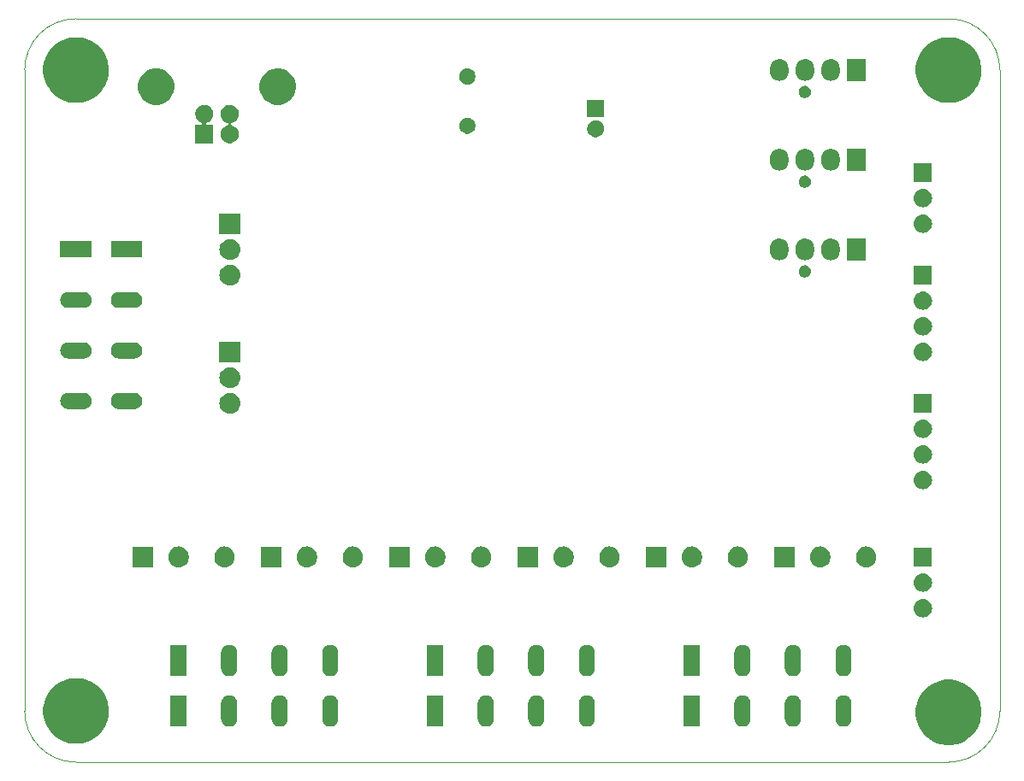
<source format=gbr>
G04 #@! TF.GenerationSoftware,KiCad,Pcbnew,5.1.4-e60b266~84~ubuntu18.04.1*
G04 #@! TF.CreationDate,2019-09-18T19:11:52+02:00*
G04 #@! TF.ProjectId,PCB,5043422e-6b69-4636-9164-5f7063625858,rev?*
G04 #@! TF.SameCoordinates,Original*
G04 #@! TF.FileFunction,Soldermask,Bot*
G04 #@! TF.FilePolarity,Negative*
%FSLAX46Y46*%
G04 Gerber Fmt 4.6, Leading zero omitted, Abs format (unit mm)*
G04 Created by KiCad (PCBNEW 5.1.4-e60b266~84~ubuntu18.04.1) date 2019-09-18 19:11:52*
%MOMM*%
%LPD*%
G04 APERTURE LIST*
%ADD10C,0.050000*%
%ADD11C,0.100000*%
G04 APERTURE END LIST*
D10*
X116840000Y-50800000D02*
X203200000Y-50800000D01*
X111760000Y-55880000D02*
G75*
G02X116840000Y-50800000I5080000J0D01*
G01*
X208280000Y-119380000D02*
X208280000Y-55880000D01*
X203200000Y-50800000D02*
G75*
G02X208280000Y-55880000I0J-5080000D01*
G01*
X111760000Y-119380000D02*
X111760000Y-55880000D01*
X116840000Y-124460000D02*
X203200000Y-124460000D01*
X116840000Y-124460000D02*
G75*
G02X111760000Y-119380000I0J5080000D01*
G01*
X208280000Y-119380000D02*
G75*
G02X203200000Y-124460000I-5080000J0D01*
G01*
D11*
G36*
X203834239Y-116331467D02*
G01*
X204148282Y-116393934D01*
X204739926Y-116639001D01*
X205272392Y-116994784D01*
X205725216Y-117447608D01*
X206080999Y-117980074D01*
X206326066Y-118571718D01*
X206329833Y-118590655D01*
X206451000Y-119199803D01*
X206451000Y-119840197D01*
X206388533Y-120154239D01*
X206326066Y-120468282D01*
X206080999Y-121059926D01*
X205725216Y-121592392D01*
X205272392Y-122045216D01*
X204739926Y-122400999D01*
X204148282Y-122646066D01*
X203834239Y-122708533D01*
X203520197Y-122771000D01*
X202879803Y-122771000D01*
X202565761Y-122708533D01*
X202251718Y-122646066D01*
X201660074Y-122400999D01*
X201127608Y-122045216D01*
X200674784Y-121592392D01*
X200319001Y-121059926D01*
X200073934Y-120468282D01*
X200011467Y-120154239D01*
X199949000Y-119840197D01*
X199949000Y-119199803D01*
X200070167Y-118590655D01*
X200073934Y-118571718D01*
X200319001Y-117980074D01*
X200674784Y-117447608D01*
X201127608Y-116994784D01*
X201660074Y-116639001D01*
X202251718Y-116393934D01*
X202565761Y-116331467D01*
X202879803Y-116269000D01*
X203520197Y-116269000D01*
X203834239Y-116331467D01*
X203834239Y-116331467D01*
G37*
G36*
X117474239Y-116191467D02*
G01*
X117788282Y-116253934D01*
X118379926Y-116499001D01*
X118912392Y-116854784D01*
X119365216Y-117307608D01*
X119720999Y-117840074D01*
X119966066Y-118431718D01*
X119997681Y-118590656D01*
X120091000Y-119059803D01*
X120091000Y-119700197D01*
X120047344Y-119919671D01*
X119966066Y-120328282D01*
X119720999Y-120919926D01*
X119365216Y-121452392D01*
X118912392Y-121905216D01*
X118379926Y-122260999D01*
X117788282Y-122506066D01*
X117474239Y-122568533D01*
X117160197Y-122631000D01*
X116519803Y-122631000D01*
X116205761Y-122568533D01*
X115891718Y-122506066D01*
X115300074Y-122260999D01*
X114767608Y-121905216D01*
X114314784Y-121452392D01*
X113959001Y-120919926D01*
X113713934Y-120328282D01*
X113632656Y-119919671D01*
X113589000Y-119700197D01*
X113589000Y-119059803D01*
X113682319Y-118590656D01*
X113713934Y-118431718D01*
X113959001Y-117840074D01*
X114314784Y-117307608D01*
X114767608Y-116854784D01*
X115300074Y-116499001D01*
X115891718Y-116253934D01*
X116205761Y-116191467D01*
X116519803Y-116129000D01*
X117160197Y-116129000D01*
X117474239Y-116191467D01*
X117474239Y-116191467D01*
G37*
G36*
X182957022Y-117840590D02*
G01*
X183045284Y-117867364D01*
X183108012Y-117886392D01*
X183235424Y-117954496D01*
X183247164Y-117960771D01*
X183369133Y-118060867D01*
X183409816Y-118110440D01*
X183469229Y-118182835D01*
X183543608Y-118321987D01*
X183558875Y-118372318D01*
X183589410Y-118472977D01*
X183601000Y-118590655D01*
X183601000Y-120169345D01*
X183589410Y-120287023D01*
X183576894Y-120328282D01*
X183543608Y-120438013D01*
X183469229Y-120577165D01*
X183369133Y-120699133D01*
X183247165Y-120799229D01*
X183108013Y-120873608D01*
X183057682Y-120888875D01*
X182957023Y-120919410D01*
X182800000Y-120934875D01*
X182642978Y-120919410D01*
X182542319Y-120888875D01*
X182491988Y-120873608D01*
X182352836Y-120799229D01*
X182230868Y-120699133D01*
X182130772Y-120577165D01*
X182056393Y-120438013D01*
X182023107Y-120328282D01*
X182010591Y-120287023D01*
X181999001Y-120169345D01*
X181999000Y-118590656D01*
X182010590Y-118472978D01*
X182056392Y-118321989D01*
X182056392Y-118321988D01*
X182130771Y-118182836D01*
X182185119Y-118116612D01*
X182230867Y-118060867D01*
X182352835Y-117960771D01*
X182364575Y-117954496D01*
X182491987Y-117886392D01*
X182554715Y-117867364D01*
X182642977Y-117840590D01*
X182800000Y-117825125D01*
X182957022Y-117840590D01*
X182957022Y-117840590D01*
G37*
G36*
X142157022Y-117840590D02*
G01*
X142245284Y-117867364D01*
X142308012Y-117886392D01*
X142435424Y-117954496D01*
X142447164Y-117960771D01*
X142569133Y-118060867D01*
X142609816Y-118110440D01*
X142669229Y-118182835D01*
X142743608Y-118321987D01*
X142758875Y-118372318D01*
X142789410Y-118472977D01*
X142801000Y-118590655D01*
X142801000Y-120169345D01*
X142789410Y-120287023D01*
X142776894Y-120328282D01*
X142743608Y-120438013D01*
X142669229Y-120577165D01*
X142569133Y-120699133D01*
X142447165Y-120799229D01*
X142308013Y-120873608D01*
X142257682Y-120888875D01*
X142157023Y-120919410D01*
X142000000Y-120934875D01*
X141842978Y-120919410D01*
X141742319Y-120888875D01*
X141691988Y-120873608D01*
X141552836Y-120799229D01*
X141430868Y-120699133D01*
X141330772Y-120577165D01*
X141256393Y-120438013D01*
X141223107Y-120328282D01*
X141210591Y-120287023D01*
X141199001Y-120169345D01*
X141199000Y-118590656D01*
X141210590Y-118472978D01*
X141256392Y-118321989D01*
X141256392Y-118321988D01*
X141330771Y-118182836D01*
X141385119Y-118116612D01*
X141430867Y-118060867D01*
X141552835Y-117960771D01*
X141564575Y-117954496D01*
X141691987Y-117886392D01*
X141754715Y-117867364D01*
X141842977Y-117840590D01*
X142000000Y-117825125D01*
X142157022Y-117840590D01*
X142157022Y-117840590D01*
G37*
G36*
X137157022Y-117840590D02*
G01*
X137245284Y-117867364D01*
X137308012Y-117886392D01*
X137435424Y-117954496D01*
X137447164Y-117960771D01*
X137569133Y-118060867D01*
X137609816Y-118110440D01*
X137669229Y-118182835D01*
X137743608Y-118321987D01*
X137758875Y-118372318D01*
X137789410Y-118472977D01*
X137801000Y-118590655D01*
X137801000Y-120169345D01*
X137789410Y-120287023D01*
X137776894Y-120328282D01*
X137743608Y-120438013D01*
X137669229Y-120577165D01*
X137569133Y-120699133D01*
X137447165Y-120799229D01*
X137308013Y-120873608D01*
X137257682Y-120888875D01*
X137157023Y-120919410D01*
X137000000Y-120934875D01*
X136842978Y-120919410D01*
X136742319Y-120888875D01*
X136691988Y-120873608D01*
X136552836Y-120799229D01*
X136430868Y-120699133D01*
X136330772Y-120577165D01*
X136256393Y-120438013D01*
X136223107Y-120328282D01*
X136210591Y-120287023D01*
X136199001Y-120169345D01*
X136199000Y-118590656D01*
X136210590Y-118472978D01*
X136256392Y-118321989D01*
X136256392Y-118321988D01*
X136330771Y-118182836D01*
X136385119Y-118116612D01*
X136430867Y-118060867D01*
X136552835Y-117960771D01*
X136564575Y-117954496D01*
X136691987Y-117886392D01*
X136754715Y-117867364D01*
X136842977Y-117840590D01*
X137000000Y-117825125D01*
X137157022Y-117840590D01*
X137157022Y-117840590D01*
G37*
G36*
X132157022Y-117840590D02*
G01*
X132245284Y-117867364D01*
X132308012Y-117886392D01*
X132435424Y-117954496D01*
X132447164Y-117960771D01*
X132569133Y-118060867D01*
X132609816Y-118110440D01*
X132669229Y-118182835D01*
X132743608Y-118321987D01*
X132758875Y-118372318D01*
X132789410Y-118472977D01*
X132801000Y-118590655D01*
X132801000Y-120169345D01*
X132789410Y-120287023D01*
X132776894Y-120328282D01*
X132743608Y-120438013D01*
X132669229Y-120577165D01*
X132569133Y-120699133D01*
X132447165Y-120799229D01*
X132308013Y-120873608D01*
X132257682Y-120888875D01*
X132157023Y-120919410D01*
X132000000Y-120934875D01*
X131842978Y-120919410D01*
X131742319Y-120888875D01*
X131691988Y-120873608D01*
X131552836Y-120799229D01*
X131430868Y-120699133D01*
X131330772Y-120577165D01*
X131256393Y-120438013D01*
X131223107Y-120328282D01*
X131210591Y-120287023D01*
X131199001Y-120169345D01*
X131199000Y-118590656D01*
X131210590Y-118472978D01*
X131256392Y-118321989D01*
X131256392Y-118321988D01*
X131330771Y-118182836D01*
X131385119Y-118116612D01*
X131430867Y-118060867D01*
X131552835Y-117960771D01*
X131564575Y-117954496D01*
X131691987Y-117886392D01*
X131754715Y-117867364D01*
X131842977Y-117840590D01*
X132000000Y-117825125D01*
X132157022Y-117840590D01*
X132157022Y-117840590D01*
G37*
G36*
X167557022Y-117840590D02*
G01*
X167645284Y-117867364D01*
X167708012Y-117886392D01*
X167835424Y-117954496D01*
X167847164Y-117960771D01*
X167969133Y-118060867D01*
X168009816Y-118110440D01*
X168069229Y-118182835D01*
X168143608Y-118321987D01*
X168158875Y-118372318D01*
X168189410Y-118472977D01*
X168201000Y-118590655D01*
X168201000Y-120169345D01*
X168189410Y-120287023D01*
X168176894Y-120328282D01*
X168143608Y-120438013D01*
X168069229Y-120577165D01*
X167969133Y-120699133D01*
X167847165Y-120799229D01*
X167708013Y-120873608D01*
X167657682Y-120888875D01*
X167557023Y-120919410D01*
X167400000Y-120934875D01*
X167242978Y-120919410D01*
X167142319Y-120888875D01*
X167091988Y-120873608D01*
X166952836Y-120799229D01*
X166830868Y-120699133D01*
X166730772Y-120577165D01*
X166656393Y-120438013D01*
X166623107Y-120328282D01*
X166610591Y-120287023D01*
X166599001Y-120169345D01*
X166599000Y-118590656D01*
X166610590Y-118472978D01*
X166656392Y-118321989D01*
X166656392Y-118321988D01*
X166730771Y-118182836D01*
X166785119Y-118116612D01*
X166830867Y-118060867D01*
X166952835Y-117960771D01*
X166964575Y-117954496D01*
X167091987Y-117886392D01*
X167154715Y-117867364D01*
X167242977Y-117840590D01*
X167400000Y-117825125D01*
X167557022Y-117840590D01*
X167557022Y-117840590D01*
G37*
G36*
X157557022Y-117840590D02*
G01*
X157645284Y-117867364D01*
X157708012Y-117886392D01*
X157835424Y-117954496D01*
X157847164Y-117960771D01*
X157969133Y-118060867D01*
X158009816Y-118110440D01*
X158069229Y-118182835D01*
X158143608Y-118321987D01*
X158158875Y-118372318D01*
X158189410Y-118472977D01*
X158201000Y-118590655D01*
X158201000Y-120169345D01*
X158189410Y-120287023D01*
X158176894Y-120328282D01*
X158143608Y-120438013D01*
X158069229Y-120577165D01*
X157969133Y-120699133D01*
X157847165Y-120799229D01*
X157708013Y-120873608D01*
X157657682Y-120888875D01*
X157557023Y-120919410D01*
X157400000Y-120934875D01*
X157242978Y-120919410D01*
X157142319Y-120888875D01*
X157091988Y-120873608D01*
X156952836Y-120799229D01*
X156830868Y-120699133D01*
X156730772Y-120577165D01*
X156656393Y-120438013D01*
X156623107Y-120328282D01*
X156610591Y-120287023D01*
X156599001Y-120169345D01*
X156599000Y-118590656D01*
X156610590Y-118472978D01*
X156656392Y-118321989D01*
X156656392Y-118321988D01*
X156730771Y-118182836D01*
X156785119Y-118116612D01*
X156830867Y-118060867D01*
X156952835Y-117960771D01*
X156964575Y-117954496D01*
X157091987Y-117886392D01*
X157154715Y-117867364D01*
X157242977Y-117840590D01*
X157400000Y-117825125D01*
X157557022Y-117840590D01*
X157557022Y-117840590D01*
G37*
G36*
X192957022Y-117840590D02*
G01*
X193045284Y-117867364D01*
X193108012Y-117886392D01*
X193235424Y-117954496D01*
X193247164Y-117960771D01*
X193369133Y-118060867D01*
X193409816Y-118110440D01*
X193469229Y-118182835D01*
X193543608Y-118321987D01*
X193558875Y-118372318D01*
X193589410Y-118472977D01*
X193601000Y-118590655D01*
X193601000Y-120169345D01*
X193589410Y-120287023D01*
X193576894Y-120328282D01*
X193543608Y-120438013D01*
X193469229Y-120577165D01*
X193369133Y-120699133D01*
X193247165Y-120799229D01*
X193108013Y-120873608D01*
X193057682Y-120888875D01*
X192957023Y-120919410D01*
X192800000Y-120934875D01*
X192642978Y-120919410D01*
X192542319Y-120888875D01*
X192491988Y-120873608D01*
X192352836Y-120799229D01*
X192230868Y-120699133D01*
X192130772Y-120577165D01*
X192056393Y-120438013D01*
X192023107Y-120328282D01*
X192010591Y-120287023D01*
X191999001Y-120169345D01*
X191999000Y-118590656D01*
X192010590Y-118472978D01*
X192056392Y-118321989D01*
X192056392Y-118321988D01*
X192130771Y-118182836D01*
X192185119Y-118116612D01*
X192230867Y-118060867D01*
X192352835Y-117960771D01*
X192364575Y-117954496D01*
X192491987Y-117886392D01*
X192554715Y-117867364D01*
X192642977Y-117840590D01*
X192800000Y-117825125D01*
X192957022Y-117840590D01*
X192957022Y-117840590D01*
G37*
G36*
X187957022Y-117840590D02*
G01*
X188045284Y-117867364D01*
X188108012Y-117886392D01*
X188235424Y-117954496D01*
X188247164Y-117960771D01*
X188369133Y-118060867D01*
X188409816Y-118110440D01*
X188469229Y-118182835D01*
X188543608Y-118321987D01*
X188558875Y-118372318D01*
X188589410Y-118472977D01*
X188601000Y-118590655D01*
X188601000Y-120169345D01*
X188589410Y-120287023D01*
X188576894Y-120328282D01*
X188543608Y-120438013D01*
X188469229Y-120577165D01*
X188369133Y-120699133D01*
X188247165Y-120799229D01*
X188108013Y-120873608D01*
X188057682Y-120888875D01*
X187957023Y-120919410D01*
X187800000Y-120934875D01*
X187642978Y-120919410D01*
X187542319Y-120888875D01*
X187491988Y-120873608D01*
X187352836Y-120799229D01*
X187230868Y-120699133D01*
X187130772Y-120577165D01*
X187056393Y-120438013D01*
X187023107Y-120328282D01*
X187010591Y-120287023D01*
X186999001Y-120169345D01*
X186999000Y-118590656D01*
X187010590Y-118472978D01*
X187056392Y-118321989D01*
X187056392Y-118321988D01*
X187130771Y-118182836D01*
X187185119Y-118116612D01*
X187230867Y-118060867D01*
X187352835Y-117960771D01*
X187364575Y-117954496D01*
X187491987Y-117886392D01*
X187554715Y-117867364D01*
X187642977Y-117840590D01*
X187800000Y-117825125D01*
X187957022Y-117840590D01*
X187957022Y-117840590D01*
G37*
G36*
X162557022Y-117840590D02*
G01*
X162645284Y-117867364D01*
X162708012Y-117886392D01*
X162835424Y-117954496D01*
X162847164Y-117960771D01*
X162969133Y-118060867D01*
X163009816Y-118110440D01*
X163069229Y-118182835D01*
X163143608Y-118321987D01*
X163158875Y-118372318D01*
X163189410Y-118472977D01*
X163201000Y-118590655D01*
X163201000Y-120169345D01*
X163189410Y-120287023D01*
X163176894Y-120328282D01*
X163143608Y-120438013D01*
X163069229Y-120577165D01*
X162969133Y-120699133D01*
X162847165Y-120799229D01*
X162708013Y-120873608D01*
X162657682Y-120888875D01*
X162557023Y-120919410D01*
X162400000Y-120934875D01*
X162242978Y-120919410D01*
X162142319Y-120888875D01*
X162091988Y-120873608D01*
X161952836Y-120799229D01*
X161830868Y-120699133D01*
X161730772Y-120577165D01*
X161656393Y-120438013D01*
X161623107Y-120328282D01*
X161610591Y-120287023D01*
X161599001Y-120169345D01*
X161599000Y-118590656D01*
X161610590Y-118472978D01*
X161656392Y-118321989D01*
X161656392Y-118321988D01*
X161730771Y-118182836D01*
X161785119Y-118116612D01*
X161830867Y-118060867D01*
X161952835Y-117960771D01*
X161964575Y-117954496D01*
X162091987Y-117886392D01*
X162154715Y-117867364D01*
X162242977Y-117840590D01*
X162400000Y-117825125D01*
X162557022Y-117840590D01*
X162557022Y-117840590D01*
G37*
G36*
X153201000Y-120931000D02*
G01*
X151599000Y-120931000D01*
X151599000Y-117829000D01*
X153201000Y-117829000D01*
X153201000Y-120931000D01*
X153201000Y-120931000D01*
G37*
G36*
X178601000Y-120931000D02*
G01*
X176999000Y-120931000D01*
X176999000Y-117829000D01*
X178601000Y-117829000D01*
X178601000Y-120931000D01*
X178601000Y-120931000D01*
G37*
G36*
X127801000Y-120931000D02*
G01*
X126199000Y-120931000D01*
X126199000Y-117829000D01*
X127801000Y-117829000D01*
X127801000Y-120931000D01*
X127801000Y-120931000D01*
G37*
G36*
X137157022Y-112840590D02*
G01*
X137257681Y-112871125D01*
X137308012Y-112886392D01*
X137447164Y-112960771D01*
X137569133Y-113060867D01*
X137669229Y-113182835D01*
X137743608Y-113321987D01*
X137758875Y-113372318D01*
X137789410Y-113472977D01*
X137801000Y-113590655D01*
X137801000Y-115169345D01*
X137789410Y-115287023D01*
X137758875Y-115387682D01*
X137743608Y-115438013D01*
X137669229Y-115577165D01*
X137569133Y-115699133D01*
X137447165Y-115799229D01*
X137308013Y-115873608D01*
X137257682Y-115888875D01*
X137157023Y-115919410D01*
X137000000Y-115934875D01*
X136842978Y-115919410D01*
X136742319Y-115888875D01*
X136691988Y-115873608D01*
X136552836Y-115799229D01*
X136430868Y-115699133D01*
X136330772Y-115577165D01*
X136256393Y-115438013D01*
X136241126Y-115387682D01*
X136210591Y-115287023D01*
X136199001Y-115169345D01*
X136199000Y-113590656D01*
X136210590Y-113472978D01*
X136256392Y-113321989D01*
X136256392Y-113321988D01*
X136330771Y-113182836D01*
X136330772Y-113182835D01*
X136430867Y-113060867D01*
X136552835Y-112960771D01*
X136691987Y-112886392D01*
X136742318Y-112871125D01*
X136842977Y-112840590D01*
X137000000Y-112825125D01*
X137157022Y-112840590D01*
X137157022Y-112840590D01*
G37*
G36*
X192957022Y-112840590D02*
G01*
X193057681Y-112871125D01*
X193108012Y-112886392D01*
X193247164Y-112960771D01*
X193369133Y-113060867D01*
X193469229Y-113182835D01*
X193543608Y-113321987D01*
X193558875Y-113372318D01*
X193589410Y-113472977D01*
X193601000Y-113590655D01*
X193601000Y-115169345D01*
X193589410Y-115287023D01*
X193558875Y-115387682D01*
X193543608Y-115438013D01*
X193469229Y-115577165D01*
X193369133Y-115699133D01*
X193247165Y-115799229D01*
X193108013Y-115873608D01*
X193057682Y-115888875D01*
X192957023Y-115919410D01*
X192800000Y-115934875D01*
X192642978Y-115919410D01*
X192542319Y-115888875D01*
X192491988Y-115873608D01*
X192352836Y-115799229D01*
X192230868Y-115699133D01*
X192130772Y-115577165D01*
X192056393Y-115438013D01*
X192041126Y-115387682D01*
X192010591Y-115287023D01*
X191999001Y-115169345D01*
X191999000Y-113590656D01*
X192010590Y-113472978D01*
X192056392Y-113321989D01*
X192056392Y-113321988D01*
X192130771Y-113182836D01*
X192130772Y-113182835D01*
X192230867Y-113060867D01*
X192352835Y-112960771D01*
X192491987Y-112886392D01*
X192542318Y-112871125D01*
X192642977Y-112840590D01*
X192800000Y-112825125D01*
X192957022Y-112840590D01*
X192957022Y-112840590D01*
G37*
G36*
X187957022Y-112840590D02*
G01*
X188057681Y-112871125D01*
X188108012Y-112886392D01*
X188247164Y-112960771D01*
X188369133Y-113060867D01*
X188469229Y-113182835D01*
X188543608Y-113321987D01*
X188558875Y-113372318D01*
X188589410Y-113472977D01*
X188601000Y-113590655D01*
X188601000Y-115169345D01*
X188589410Y-115287023D01*
X188558875Y-115387682D01*
X188543608Y-115438013D01*
X188469229Y-115577165D01*
X188369133Y-115699133D01*
X188247165Y-115799229D01*
X188108013Y-115873608D01*
X188057682Y-115888875D01*
X187957023Y-115919410D01*
X187800000Y-115934875D01*
X187642978Y-115919410D01*
X187542319Y-115888875D01*
X187491988Y-115873608D01*
X187352836Y-115799229D01*
X187230868Y-115699133D01*
X187130772Y-115577165D01*
X187056393Y-115438013D01*
X187041126Y-115387682D01*
X187010591Y-115287023D01*
X186999001Y-115169345D01*
X186999000Y-113590656D01*
X187010590Y-113472978D01*
X187056392Y-113321989D01*
X187056392Y-113321988D01*
X187130771Y-113182836D01*
X187130772Y-113182835D01*
X187230867Y-113060867D01*
X187352835Y-112960771D01*
X187491987Y-112886392D01*
X187542318Y-112871125D01*
X187642977Y-112840590D01*
X187800000Y-112825125D01*
X187957022Y-112840590D01*
X187957022Y-112840590D01*
G37*
G36*
X182957022Y-112840590D02*
G01*
X183057681Y-112871125D01*
X183108012Y-112886392D01*
X183247164Y-112960771D01*
X183369133Y-113060867D01*
X183469229Y-113182835D01*
X183543608Y-113321987D01*
X183558875Y-113372318D01*
X183589410Y-113472977D01*
X183601000Y-113590655D01*
X183601000Y-115169345D01*
X183589410Y-115287023D01*
X183558875Y-115387682D01*
X183543608Y-115438013D01*
X183469229Y-115577165D01*
X183369133Y-115699133D01*
X183247165Y-115799229D01*
X183108013Y-115873608D01*
X183057682Y-115888875D01*
X182957023Y-115919410D01*
X182800000Y-115934875D01*
X182642978Y-115919410D01*
X182542319Y-115888875D01*
X182491988Y-115873608D01*
X182352836Y-115799229D01*
X182230868Y-115699133D01*
X182130772Y-115577165D01*
X182056393Y-115438013D01*
X182041126Y-115387682D01*
X182010591Y-115287023D01*
X181999001Y-115169345D01*
X181999000Y-113590656D01*
X182010590Y-113472978D01*
X182056392Y-113321989D01*
X182056392Y-113321988D01*
X182130771Y-113182836D01*
X182130772Y-113182835D01*
X182230867Y-113060867D01*
X182352835Y-112960771D01*
X182491987Y-112886392D01*
X182542318Y-112871125D01*
X182642977Y-112840590D01*
X182800000Y-112825125D01*
X182957022Y-112840590D01*
X182957022Y-112840590D01*
G37*
G36*
X167557022Y-112840590D02*
G01*
X167657681Y-112871125D01*
X167708012Y-112886392D01*
X167847164Y-112960771D01*
X167969133Y-113060867D01*
X168069229Y-113182835D01*
X168143608Y-113321987D01*
X168158875Y-113372318D01*
X168189410Y-113472977D01*
X168201000Y-113590655D01*
X168201000Y-115169345D01*
X168189410Y-115287023D01*
X168158875Y-115387682D01*
X168143608Y-115438013D01*
X168069229Y-115577165D01*
X167969133Y-115699133D01*
X167847165Y-115799229D01*
X167708013Y-115873608D01*
X167657682Y-115888875D01*
X167557023Y-115919410D01*
X167400000Y-115934875D01*
X167242978Y-115919410D01*
X167142319Y-115888875D01*
X167091988Y-115873608D01*
X166952836Y-115799229D01*
X166830868Y-115699133D01*
X166730772Y-115577165D01*
X166656393Y-115438013D01*
X166641126Y-115387682D01*
X166610591Y-115287023D01*
X166599001Y-115169345D01*
X166599000Y-113590656D01*
X166610590Y-113472978D01*
X166656392Y-113321989D01*
X166656392Y-113321988D01*
X166730771Y-113182836D01*
X166730772Y-113182835D01*
X166830867Y-113060867D01*
X166952835Y-112960771D01*
X167091987Y-112886392D01*
X167142318Y-112871125D01*
X167242977Y-112840590D01*
X167400000Y-112825125D01*
X167557022Y-112840590D01*
X167557022Y-112840590D01*
G37*
G36*
X162557022Y-112840590D02*
G01*
X162657681Y-112871125D01*
X162708012Y-112886392D01*
X162847164Y-112960771D01*
X162969133Y-113060867D01*
X163069229Y-113182835D01*
X163143608Y-113321987D01*
X163158875Y-113372318D01*
X163189410Y-113472977D01*
X163201000Y-113590655D01*
X163201000Y-115169345D01*
X163189410Y-115287023D01*
X163158875Y-115387682D01*
X163143608Y-115438013D01*
X163069229Y-115577165D01*
X162969133Y-115699133D01*
X162847165Y-115799229D01*
X162708013Y-115873608D01*
X162657682Y-115888875D01*
X162557023Y-115919410D01*
X162400000Y-115934875D01*
X162242978Y-115919410D01*
X162142319Y-115888875D01*
X162091988Y-115873608D01*
X161952836Y-115799229D01*
X161830868Y-115699133D01*
X161730772Y-115577165D01*
X161656393Y-115438013D01*
X161641126Y-115387682D01*
X161610591Y-115287023D01*
X161599001Y-115169345D01*
X161599000Y-113590656D01*
X161610590Y-113472978D01*
X161656392Y-113321989D01*
X161656392Y-113321988D01*
X161730771Y-113182836D01*
X161730772Y-113182835D01*
X161830867Y-113060867D01*
X161952835Y-112960771D01*
X162091987Y-112886392D01*
X162142318Y-112871125D01*
X162242977Y-112840590D01*
X162400000Y-112825125D01*
X162557022Y-112840590D01*
X162557022Y-112840590D01*
G37*
G36*
X157557022Y-112840590D02*
G01*
X157657681Y-112871125D01*
X157708012Y-112886392D01*
X157847164Y-112960771D01*
X157969133Y-113060867D01*
X158069229Y-113182835D01*
X158143608Y-113321987D01*
X158158875Y-113372318D01*
X158189410Y-113472977D01*
X158201000Y-113590655D01*
X158201000Y-115169345D01*
X158189410Y-115287023D01*
X158158875Y-115387682D01*
X158143608Y-115438013D01*
X158069229Y-115577165D01*
X157969133Y-115699133D01*
X157847165Y-115799229D01*
X157708013Y-115873608D01*
X157657682Y-115888875D01*
X157557023Y-115919410D01*
X157400000Y-115934875D01*
X157242978Y-115919410D01*
X157142319Y-115888875D01*
X157091988Y-115873608D01*
X156952836Y-115799229D01*
X156830868Y-115699133D01*
X156730772Y-115577165D01*
X156656393Y-115438013D01*
X156641126Y-115387682D01*
X156610591Y-115287023D01*
X156599001Y-115169345D01*
X156599000Y-113590656D01*
X156610590Y-113472978D01*
X156656392Y-113321989D01*
X156656392Y-113321988D01*
X156730771Y-113182836D01*
X156730772Y-113182835D01*
X156830867Y-113060867D01*
X156952835Y-112960771D01*
X157091987Y-112886392D01*
X157142318Y-112871125D01*
X157242977Y-112840590D01*
X157400000Y-112825125D01*
X157557022Y-112840590D01*
X157557022Y-112840590D01*
G37*
G36*
X142157022Y-112840590D02*
G01*
X142257681Y-112871125D01*
X142308012Y-112886392D01*
X142447164Y-112960771D01*
X142569133Y-113060867D01*
X142669229Y-113182835D01*
X142743608Y-113321987D01*
X142758875Y-113372318D01*
X142789410Y-113472977D01*
X142801000Y-113590655D01*
X142801000Y-115169345D01*
X142789410Y-115287023D01*
X142758875Y-115387682D01*
X142743608Y-115438013D01*
X142669229Y-115577165D01*
X142569133Y-115699133D01*
X142447165Y-115799229D01*
X142308013Y-115873608D01*
X142257682Y-115888875D01*
X142157023Y-115919410D01*
X142000000Y-115934875D01*
X141842978Y-115919410D01*
X141742319Y-115888875D01*
X141691988Y-115873608D01*
X141552836Y-115799229D01*
X141430868Y-115699133D01*
X141330772Y-115577165D01*
X141256393Y-115438013D01*
X141241126Y-115387682D01*
X141210591Y-115287023D01*
X141199001Y-115169345D01*
X141199000Y-113590656D01*
X141210590Y-113472978D01*
X141256392Y-113321989D01*
X141256392Y-113321988D01*
X141330771Y-113182836D01*
X141330772Y-113182835D01*
X141430867Y-113060867D01*
X141552835Y-112960771D01*
X141691987Y-112886392D01*
X141742318Y-112871125D01*
X141842977Y-112840590D01*
X142000000Y-112825125D01*
X142157022Y-112840590D01*
X142157022Y-112840590D01*
G37*
G36*
X132157022Y-112840590D02*
G01*
X132257681Y-112871125D01*
X132308012Y-112886392D01*
X132447164Y-112960771D01*
X132569133Y-113060867D01*
X132669229Y-113182835D01*
X132743608Y-113321987D01*
X132758875Y-113372318D01*
X132789410Y-113472977D01*
X132801000Y-113590655D01*
X132801000Y-115169345D01*
X132789410Y-115287023D01*
X132758875Y-115387682D01*
X132743608Y-115438013D01*
X132669229Y-115577165D01*
X132569133Y-115699133D01*
X132447165Y-115799229D01*
X132308013Y-115873608D01*
X132257682Y-115888875D01*
X132157023Y-115919410D01*
X132000000Y-115934875D01*
X131842978Y-115919410D01*
X131742319Y-115888875D01*
X131691988Y-115873608D01*
X131552836Y-115799229D01*
X131430868Y-115699133D01*
X131330772Y-115577165D01*
X131256393Y-115438013D01*
X131241126Y-115387682D01*
X131210591Y-115287023D01*
X131199001Y-115169345D01*
X131199000Y-113590656D01*
X131210590Y-113472978D01*
X131256392Y-113321989D01*
X131256392Y-113321988D01*
X131330771Y-113182836D01*
X131330772Y-113182835D01*
X131430867Y-113060867D01*
X131552835Y-112960771D01*
X131691987Y-112886392D01*
X131742318Y-112871125D01*
X131842977Y-112840590D01*
X132000000Y-112825125D01*
X132157022Y-112840590D01*
X132157022Y-112840590D01*
G37*
G36*
X127801000Y-115931000D02*
G01*
X126199000Y-115931000D01*
X126199000Y-112829000D01*
X127801000Y-112829000D01*
X127801000Y-115931000D01*
X127801000Y-115931000D01*
G37*
G36*
X153201000Y-115931000D02*
G01*
X151599000Y-115931000D01*
X151599000Y-112829000D01*
X153201000Y-112829000D01*
X153201000Y-115931000D01*
X153201000Y-115931000D01*
G37*
G36*
X178601000Y-115931000D02*
G01*
X176999000Y-115931000D01*
X176999000Y-112829000D01*
X178601000Y-112829000D01*
X178601000Y-115931000D01*
X178601000Y-115931000D01*
G37*
G36*
X200770443Y-108325519D02*
G01*
X200836627Y-108332037D01*
X201006466Y-108383557D01*
X201162991Y-108467222D01*
X201198729Y-108496552D01*
X201300186Y-108579814D01*
X201383448Y-108681271D01*
X201412778Y-108717009D01*
X201496443Y-108873534D01*
X201547963Y-109043373D01*
X201565359Y-109220000D01*
X201547963Y-109396627D01*
X201496443Y-109566466D01*
X201412778Y-109722991D01*
X201383448Y-109758729D01*
X201300186Y-109860186D01*
X201198729Y-109943448D01*
X201162991Y-109972778D01*
X201006466Y-110056443D01*
X200836627Y-110107963D01*
X200770443Y-110114481D01*
X200704260Y-110121000D01*
X200615740Y-110121000D01*
X200549557Y-110114481D01*
X200483373Y-110107963D01*
X200313534Y-110056443D01*
X200157009Y-109972778D01*
X200121271Y-109943448D01*
X200019814Y-109860186D01*
X199936552Y-109758729D01*
X199907222Y-109722991D01*
X199823557Y-109566466D01*
X199772037Y-109396627D01*
X199754641Y-109220000D01*
X199772037Y-109043373D01*
X199823557Y-108873534D01*
X199907222Y-108717009D01*
X199936552Y-108681271D01*
X200019814Y-108579814D01*
X200121271Y-108496552D01*
X200157009Y-108467222D01*
X200313534Y-108383557D01*
X200483373Y-108332037D01*
X200549557Y-108325519D01*
X200615740Y-108319000D01*
X200704260Y-108319000D01*
X200770443Y-108325519D01*
X200770443Y-108325519D01*
G37*
G36*
X200770443Y-105785519D02*
G01*
X200836627Y-105792037D01*
X201006466Y-105843557D01*
X201162991Y-105927222D01*
X201198729Y-105956552D01*
X201300186Y-106039814D01*
X201383448Y-106141271D01*
X201412778Y-106177009D01*
X201496443Y-106333534D01*
X201547963Y-106503373D01*
X201565359Y-106680000D01*
X201547963Y-106856627D01*
X201496443Y-107026466D01*
X201412778Y-107182991D01*
X201383448Y-107218729D01*
X201300186Y-107320186D01*
X201198729Y-107403448D01*
X201162991Y-107432778D01*
X201006466Y-107516443D01*
X200836627Y-107567963D01*
X200770443Y-107574481D01*
X200704260Y-107581000D01*
X200615740Y-107581000D01*
X200549557Y-107574481D01*
X200483373Y-107567963D01*
X200313534Y-107516443D01*
X200157009Y-107432778D01*
X200121271Y-107403448D01*
X200019814Y-107320186D01*
X199936552Y-107218729D01*
X199907222Y-107182991D01*
X199823557Y-107026466D01*
X199772037Y-106856627D01*
X199754641Y-106680000D01*
X199772037Y-106503373D01*
X199823557Y-106333534D01*
X199907222Y-106177009D01*
X199936552Y-106141271D01*
X200019814Y-106039814D01*
X200121271Y-105956552D01*
X200157009Y-105927222D01*
X200313534Y-105843557D01*
X200483373Y-105792037D01*
X200549557Y-105785519D01*
X200615740Y-105779000D01*
X200704260Y-105779000D01*
X200770443Y-105785519D01*
X200770443Y-105785519D01*
G37*
G36*
X127196719Y-103103520D02*
G01*
X127385880Y-103160901D01*
X127385883Y-103160902D01*
X127478333Y-103210318D01*
X127560212Y-103254083D01*
X127713015Y-103379485D01*
X127838417Y-103532288D01*
X127931599Y-103706619D01*
X127988980Y-103895780D01*
X128003500Y-104043206D01*
X128003500Y-104236793D01*
X127988980Y-104384219D01*
X127931599Y-104573380D01*
X127931598Y-104573383D01*
X127882182Y-104665833D01*
X127838417Y-104747712D01*
X127713015Y-104900515D01*
X127560212Y-105025917D01*
X127385881Y-105119099D01*
X127196720Y-105176480D01*
X127000000Y-105195855D01*
X126803281Y-105176480D01*
X126614120Y-105119099D01*
X126439788Y-105025917D01*
X126286985Y-104900515D01*
X126161583Y-104747712D01*
X126068401Y-104573381D01*
X126011020Y-104384220D01*
X125996500Y-104236794D01*
X125996500Y-104043207D01*
X126011020Y-103895781D01*
X126068401Y-103706620D01*
X126068402Y-103706617D01*
X126117818Y-103614167D01*
X126161583Y-103532288D01*
X126286985Y-103379485D01*
X126439788Y-103254083D01*
X126614119Y-103160901D01*
X126803280Y-103103520D01*
X127000000Y-103084145D01*
X127196719Y-103103520D01*
X127196719Y-103103520D01*
G37*
G36*
X144436719Y-103103520D02*
G01*
X144625880Y-103160901D01*
X144625883Y-103160902D01*
X144718333Y-103210318D01*
X144800212Y-103254083D01*
X144953015Y-103379485D01*
X145078417Y-103532288D01*
X145171599Y-103706619D01*
X145228980Y-103895780D01*
X145243500Y-104043206D01*
X145243500Y-104236793D01*
X145228980Y-104384219D01*
X145171599Y-104573380D01*
X145171598Y-104573383D01*
X145122182Y-104665833D01*
X145078417Y-104747712D01*
X144953015Y-104900515D01*
X144800212Y-105025917D01*
X144625881Y-105119099D01*
X144436720Y-105176480D01*
X144240000Y-105195855D01*
X144043281Y-105176480D01*
X143854120Y-105119099D01*
X143679788Y-105025917D01*
X143526985Y-104900515D01*
X143401583Y-104747712D01*
X143308401Y-104573381D01*
X143251020Y-104384220D01*
X143236500Y-104236794D01*
X143236500Y-104043207D01*
X143251020Y-103895781D01*
X143308401Y-103706620D01*
X143308402Y-103706617D01*
X143357818Y-103614167D01*
X143401583Y-103532288D01*
X143526985Y-103379485D01*
X143679788Y-103254083D01*
X143854119Y-103160901D01*
X144043280Y-103103520D01*
X144240000Y-103084145D01*
X144436719Y-103103520D01*
X144436719Y-103103520D01*
G37*
G36*
X139896719Y-103103520D02*
G01*
X140085880Y-103160901D01*
X140085883Y-103160902D01*
X140178333Y-103210318D01*
X140260212Y-103254083D01*
X140413015Y-103379485D01*
X140538417Y-103532288D01*
X140631599Y-103706619D01*
X140688980Y-103895780D01*
X140703500Y-104043206D01*
X140703500Y-104236793D01*
X140688980Y-104384219D01*
X140631599Y-104573380D01*
X140631598Y-104573383D01*
X140582182Y-104665833D01*
X140538417Y-104747712D01*
X140413015Y-104900515D01*
X140260212Y-105025917D01*
X140085881Y-105119099D01*
X139896720Y-105176480D01*
X139700000Y-105195855D01*
X139503281Y-105176480D01*
X139314120Y-105119099D01*
X139139788Y-105025917D01*
X138986985Y-104900515D01*
X138861583Y-104747712D01*
X138768401Y-104573381D01*
X138711020Y-104384220D01*
X138696500Y-104236794D01*
X138696500Y-104043207D01*
X138711020Y-103895781D01*
X138768401Y-103706620D01*
X138768402Y-103706617D01*
X138817818Y-103614167D01*
X138861583Y-103532288D01*
X138986985Y-103379485D01*
X139139788Y-103254083D01*
X139314119Y-103160901D01*
X139503280Y-103103520D01*
X139700000Y-103084145D01*
X139896719Y-103103520D01*
X139896719Y-103103520D01*
G37*
G36*
X131736719Y-103103520D02*
G01*
X131925880Y-103160901D01*
X131925883Y-103160902D01*
X132018333Y-103210318D01*
X132100212Y-103254083D01*
X132253015Y-103379485D01*
X132378417Y-103532288D01*
X132471599Y-103706619D01*
X132528980Y-103895780D01*
X132543500Y-104043206D01*
X132543500Y-104236793D01*
X132528980Y-104384219D01*
X132471599Y-104573380D01*
X132471598Y-104573383D01*
X132422182Y-104665833D01*
X132378417Y-104747712D01*
X132253015Y-104900515D01*
X132100212Y-105025917D01*
X131925881Y-105119099D01*
X131736720Y-105176480D01*
X131540000Y-105195855D01*
X131343281Y-105176480D01*
X131154120Y-105119099D01*
X130979788Y-105025917D01*
X130826985Y-104900515D01*
X130701583Y-104747712D01*
X130608401Y-104573381D01*
X130551020Y-104384220D01*
X130536500Y-104236794D01*
X130536500Y-104043207D01*
X130551020Y-103895781D01*
X130608401Y-103706620D01*
X130608402Y-103706617D01*
X130657818Y-103614167D01*
X130701583Y-103532288D01*
X130826985Y-103379485D01*
X130979788Y-103254083D01*
X131154119Y-103160901D01*
X131343280Y-103103520D01*
X131540000Y-103084145D01*
X131736719Y-103103520D01*
X131736719Y-103103520D01*
G37*
G36*
X169836719Y-103103520D02*
G01*
X170025880Y-103160901D01*
X170025883Y-103160902D01*
X170118333Y-103210318D01*
X170200212Y-103254083D01*
X170353015Y-103379485D01*
X170478417Y-103532288D01*
X170571599Y-103706619D01*
X170628980Y-103895780D01*
X170643500Y-104043206D01*
X170643500Y-104236793D01*
X170628980Y-104384219D01*
X170571599Y-104573380D01*
X170571598Y-104573383D01*
X170522182Y-104665833D01*
X170478417Y-104747712D01*
X170353015Y-104900515D01*
X170200212Y-105025917D01*
X170025881Y-105119099D01*
X169836720Y-105176480D01*
X169640000Y-105195855D01*
X169443281Y-105176480D01*
X169254120Y-105119099D01*
X169079788Y-105025917D01*
X168926985Y-104900515D01*
X168801583Y-104747712D01*
X168708401Y-104573381D01*
X168651020Y-104384220D01*
X168636500Y-104236794D01*
X168636500Y-104043207D01*
X168651020Y-103895781D01*
X168708401Y-103706620D01*
X168708402Y-103706617D01*
X168757818Y-103614167D01*
X168801583Y-103532288D01*
X168926985Y-103379485D01*
X169079788Y-103254083D01*
X169254119Y-103160901D01*
X169443280Y-103103520D01*
X169640000Y-103084145D01*
X169836719Y-103103520D01*
X169836719Y-103103520D01*
G37*
G36*
X165296719Y-103103520D02*
G01*
X165485880Y-103160901D01*
X165485883Y-103160902D01*
X165578333Y-103210318D01*
X165660212Y-103254083D01*
X165813015Y-103379485D01*
X165938417Y-103532288D01*
X166031599Y-103706619D01*
X166088980Y-103895780D01*
X166103500Y-104043206D01*
X166103500Y-104236793D01*
X166088980Y-104384219D01*
X166031599Y-104573380D01*
X166031598Y-104573383D01*
X165982182Y-104665833D01*
X165938417Y-104747712D01*
X165813015Y-104900515D01*
X165660212Y-105025917D01*
X165485881Y-105119099D01*
X165296720Y-105176480D01*
X165100000Y-105195855D01*
X164903281Y-105176480D01*
X164714120Y-105119099D01*
X164539788Y-105025917D01*
X164386985Y-104900515D01*
X164261583Y-104747712D01*
X164168401Y-104573381D01*
X164111020Y-104384220D01*
X164096500Y-104236794D01*
X164096500Y-104043207D01*
X164111020Y-103895781D01*
X164168401Y-103706620D01*
X164168402Y-103706617D01*
X164217818Y-103614167D01*
X164261583Y-103532288D01*
X164386985Y-103379485D01*
X164539788Y-103254083D01*
X164714119Y-103160901D01*
X164903280Y-103103520D01*
X165100000Y-103084145D01*
X165296719Y-103103520D01*
X165296719Y-103103520D01*
G37*
G36*
X157136719Y-103103520D02*
G01*
X157325880Y-103160901D01*
X157325883Y-103160902D01*
X157418333Y-103210318D01*
X157500212Y-103254083D01*
X157653015Y-103379485D01*
X157778417Y-103532288D01*
X157871599Y-103706619D01*
X157928980Y-103895780D01*
X157943500Y-104043206D01*
X157943500Y-104236793D01*
X157928980Y-104384219D01*
X157871599Y-104573380D01*
X157871598Y-104573383D01*
X157822182Y-104665833D01*
X157778417Y-104747712D01*
X157653015Y-104900515D01*
X157500212Y-105025917D01*
X157325881Y-105119099D01*
X157136720Y-105176480D01*
X156940000Y-105195855D01*
X156743281Y-105176480D01*
X156554120Y-105119099D01*
X156379788Y-105025917D01*
X156226985Y-104900515D01*
X156101583Y-104747712D01*
X156008401Y-104573381D01*
X155951020Y-104384220D01*
X155936500Y-104236794D01*
X155936500Y-104043207D01*
X155951020Y-103895781D01*
X156008401Y-103706620D01*
X156008402Y-103706617D01*
X156057818Y-103614167D01*
X156101583Y-103532288D01*
X156226985Y-103379485D01*
X156379788Y-103254083D01*
X156554119Y-103160901D01*
X156743280Y-103103520D01*
X156940000Y-103084145D01*
X157136719Y-103103520D01*
X157136719Y-103103520D01*
G37*
G36*
X152596719Y-103103520D02*
G01*
X152785880Y-103160901D01*
X152785883Y-103160902D01*
X152878333Y-103210318D01*
X152960212Y-103254083D01*
X153113015Y-103379485D01*
X153238417Y-103532288D01*
X153331599Y-103706619D01*
X153388980Y-103895780D01*
X153403500Y-104043206D01*
X153403500Y-104236793D01*
X153388980Y-104384219D01*
X153331599Y-104573380D01*
X153331598Y-104573383D01*
X153282182Y-104665833D01*
X153238417Y-104747712D01*
X153113015Y-104900515D01*
X152960212Y-105025917D01*
X152785881Y-105119099D01*
X152596720Y-105176480D01*
X152400000Y-105195855D01*
X152203281Y-105176480D01*
X152014120Y-105119099D01*
X151839788Y-105025917D01*
X151686985Y-104900515D01*
X151561583Y-104747712D01*
X151468401Y-104573381D01*
X151411020Y-104384220D01*
X151396500Y-104236794D01*
X151396500Y-104043207D01*
X151411020Y-103895781D01*
X151468401Y-103706620D01*
X151468402Y-103706617D01*
X151517818Y-103614167D01*
X151561583Y-103532288D01*
X151686985Y-103379485D01*
X151839788Y-103254083D01*
X152014119Y-103160901D01*
X152203280Y-103103520D01*
X152400000Y-103084145D01*
X152596719Y-103103520D01*
X152596719Y-103103520D01*
G37*
G36*
X195236719Y-103103520D02*
G01*
X195425880Y-103160901D01*
X195425883Y-103160902D01*
X195518333Y-103210318D01*
X195600212Y-103254083D01*
X195753015Y-103379485D01*
X195878417Y-103532288D01*
X195971599Y-103706619D01*
X196028980Y-103895780D01*
X196043500Y-104043206D01*
X196043500Y-104236793D01*
X196028980Y-104384219D01*
X195971599Y-104573380D01*
X195971598Y-104573383D01*
X195922182Y-104665833D01*
X195878417Y-104747712D01*
X195753015Y-104900515D01*
X195600212Y-105025917D01*
X195425881Y-105119099D01*
X195236720Y-105176480D01*
X195040000Y-105195855D01*
X194843281Y-105176480D01*
X194654120Y-105119099D01*
X194479788Y-105025917D01*
X194326985Y-104900515D01*
X194201583Y-104747712D01*
X194108401Y-104573381D01*
X194051020Y-104384220D01*
X194036500Y-104236794D01*
X194036500Y-104043207D01*
X194051020Y-103895781D01*
X194108401Y-103706620D01*
X194108402Y-103706617D01*
X194157818Y-103614167D01*
X194201583Y-103532288D01*
X194326985Y-103379485D01*
X194479788Y-103254083D01*
X194654119Y-103160901D01*
X194843280Y-103103520D01*
X195040000Y-103084145D01*
X195236719Y-103103520D01*
X195236719Y-103103520D01*
G37*
G36*
X190696719Y-103103520D02*
G01*
X190885880Y-103160901D01*
X190885883Y-103160902D01*
X190978333Y-103210318D01*
X191060212Y-103254083D01*
X191213015Y-103379485D01*
X191338417Y-103532288D01*
X191431599Y-103706619D01*
X191488980Y-103895780D01*
X191503500Y-104043206D01*
X191503500Y-104236793D01*
X191488980Y-104384219D01*
X191431599Y-104573380D01*
X191431598Y-104573383D01*
X191382182Y-104665833D01*
X191338417Y-104747712D01*
X191213015Y-104900515D01*
X191060212Y-105025917D01*
X190885881Y-105119099D01*
X190696720Y-105176480D01*
X190500000Y-105195855D01*
X190303281Y-105176480D01*
X190114120Y-105119099D01*
X189939788Y-105025917D01*
X189786985Y-104900515D01*
X189661583Y-104747712D01*
X189568401Y-104573381D01*
X189511020Y-104384220D01*
X189496500Y-104236794D01*
X189496500Y-104043207D01*
X189511020Y-103895781D01*
X189568401Y-103706620D01*
X189568402Y-103706617D01*
X189617818Y-103614167D01*
X189661583Y-103532288D01*
X189786985Y-103379485D01*
X189939788Y-103254083D01*
X190114119Y-103160901D01*
X190303280Y-103103520D01*
X190500000Y-103084145D01*
X190696719Y-103103520D01*
X190696719Y-103103520D01*
G37*
G36*
X182536719Y-103103520D02*
G01*
X182725880Y-103160901D01*
X182725883Y-103160902D01*
X182818333Y-103210318D01*
X182900212Y-103254083D01*
X183053015Y-103379485D01*
X183178417Y-103532288D01*
X183271599Y-103706619D01*
X183328980Y-103895780D01*
X183343500Y-104043206D01*
X183343500Y-104236793D01*
X183328980Y-104384219D01*
X183271599Y-104573380D01*
X183271598Y-104573383D01*
X183222182Y-104665833D01*
X183178417Y-104747712D01*
X183053015Y-104900515D01*
X182900212Y-105025917D01*
X182725881Y-105119099D01*
X182536720Y-105176480D01*
X182340000Y-105195855D01*
X182143281Y-105176480D01*
X181954120Y-105119099D01*
X181779788Y-105025917D01*
X181626985Y-104900515D01*
X181501583Y-104747712D01*
X181408401Y-104573381D01*
X181351020Y-104384220D01*
X181336500Y-104236794D01*
X181336500Y-104043207D01*
X181351020Y-103895781D01*
X181408401Y-103706620D01*
X181408402Y-103706617D01*
X181457818Y-103614167D01*
X181501583Y-103532288D01*
X181626985Y-103379485D01*
X181779788Y-103254083D01*
X181954119Y-103160901D01*
X182143280Y-103103520D01*
X182340000Y-103084145D01*
X182536719Y-103103520D01*
X182536719Y-103103520D01*
G37*
G36*
X177996719Y-103103520D02*
G01*
X178185880Y-103160901D01*
X178185883Y-103160902D01*
X178278333Y-103210318D01*
X178360212Y-103254083D01*
X178513015Y-103379485D01*
X178638417Y-103532288D01*
X178731599Y-103706619D01*
X178788980Y-103895780D01*
X178803500Y-104043206D01*
X178803500Y-104236793D01*
X178788980Y-104384219D01*
X178731599Y-104573380D01*
X178731598Y-104573383D01*
X178682182Y-104665833D01*
X178638417Y-104747712D01*
X178513015Y-104900515D01*
X178360212Y-105025917D01*
X178185881Y-105119099D01*
X177996720Y-105176480D01*
X177800000Y-105195855D01*
X177603281Y-105176480D01*
X177414120Y-105119099D01*
X177239788Y-105025917D01*
X177086985Y-104900515D01*
X176961583Y-104747712D01*
X176868401Y-104573381D01*
X176811020Y-104384220D01*
X176796500Y-104236794D01*
X176796500Y-104043207D01*
X176811020Y-103895781D01*
X176868401Y-103706620D01*
X176868402Y-103706617D01*
X176917818Y-103614167D01*
X176961583Y-103532288D01*
X177086985Y-103379485D01*
X177239788Y-103254083D01*
X177414119Y-103160901D01*
X177603280Y-103103520D01*
X177800000Y-103084145D01*
X177996719Y-103103520D01*
X177996719Y-103103520D01*
G37*
G36*
X149863500Y-105191000D02*
G01*
X147856500Y-105191000D01*
X147856500Y-103089000D01*
X149863500Y-103089000D01*
X149863500Y-105191000D01*
X149863500Y-105191000D01*
G37*
G36*
X137163500Y-105191000D02*
G01*
X135156500Y-105191000D01*
X135156500Y-103089000D01*
X137163500Y-103089000D01*
X137163500Y-105191000D01*
X137163500Y-105191000D01*
G37*
G36*
X162563500Y-105191000D02*
G01*
X160556500Y-105191000D01*
X160556500Y-103089000D01*
X162563500Y-103089000D01*
X162563500Y-105191000D01*
X162563500Y-105191000D01*
G37*
G36*
X124463500Y-105191000D02*
G01*
X122456500Y-105191000D01*
X122456500Y-103089000D01*
X124463500Y-103089000D01*
X124463500Y-105191000D01*
X124463500Y-105191000D01*
G37*
G36*
X175263500Y-105191000D02*
G01*
X173256500Y-105191000D01*
X173256500Y-103089000D01*
X175263500Y-103089000D01*
X175263500Y-105191000D01*
X175263500Y-105191000D01*
G37*
G36*
X187963500Y-105191000D02*
G01*
X185956500Y-105191000D01*
X185956500Y-103089000D01*
X187963500Y-103089000D01*
X187963500Y-105191000D01*
X187963500Y-105191000D01*
G37*
G36*
X201561000Y-105041000D02*
G01*
X199759000Y-105041000D01*
X199759000Y-103239000D01*
X201561000Y-103239000D01*
X201561000Y-105041000D01*
X201561000Y-105041000D01*
G37*
G36*
X200770442Y-95625518D02*
G01*
X200836627Y-95632037D01*
X201006466Y-95683557D01*
X201162991Y-95767222D01*
X201198729Y-95796552D01*
X201300186Y-95879814D01*
X201383448Y-95981271D01*
X201412778Y-96017009D01*
X201496443Y-96173534D01*
X201547963Y-96343373D01*
X201565359Y-96520000D01*
X201547963Y-96696627D01*
X201496443Y-96866466D01*
X201412778Y-97022991D01*
X201383448Y-97058729D01*
X201300186Y-97160186D01*
X201198729Y-97243448D01*
X201162991Y-97272778D01*
X201006466Y-97356443D01*
X200836627Y-97407963D01*
X200770442Y-97414482D01*
X200704260Y-97421000D01*
X200615740Y-97421000D01*
X200549558Y-97414482D01*
X200483373Y-97407963D01*
X200313534Y-97356443D01*
X200157009Y-97272778D01*
X200121271Y-97243448D01*
X200019814Y-97160186D01*
X199936552Y-97058729D01*
X199907222Y-97022991D01*
X199823557Y-96866466D01*
X199772037Y-96696627D01*
X199754641Y-96520000D01*
X199772037Y-96343373D01*
X199823557Y-96173534D01*
X199907222Y-96017009D01*
X199936552Y-95981271D01*
X200019814Y-95879814D01*
X200121271Y-95796552D01*
X200157009Y-95767222D01*
X200313534Y-95683557D01*
X200483373Y-95632037D01*
X200549558Y-95625518D01*
X200615740Y-95619000D01*
X200704260Y-95619000D01*
X200770442Y-95625518D01*
X200770442Y-95625518D01*
G37*
G36*
X200770443Y-93085519D02*
G01*
X200836627Y-93092037D01*
X201006466Y-93143557D01*
X201162991Y-93227222D01*
X201198729Y-93256552D01*
X201300186Y-93339814D01*
X201383448Y-93441271D01*
X201412778Y-93477009D01*
X201496443Y-93633534D01*
X201547963Y-93803373D01*
X201565359Y-93980000D01*
X201547963Y-94156627D01*
X201496443Y-94326466D01*
X201412778Y-94482991D01*
X201383448Y-94518729D01*
X201300186Y-94620186D01*
X201198729Y-94703448D01*
X201162991Y-94732778D01*
X201006466Y-94816443D01*
X200836627Y-94867963D01*
X200770443Y-94874481D01*
X200704260Y-94881000D01*
X200615740Y-94881000D01*
X200549557Y-94874481D01*
X200483373Y-94867963D01*
X200313534Y-94816443D01*
X200157009Y-94732778D01*
X200121271Y-94703448D01*
X200019814Y-94620186D01*
X199936552Y-94518729D01*
X199907222Y-94482991D01*
X199823557Y-94326466D01*
X199772037Y-94156627D01*
X199754641Y-93980000D01*
X199772037Y-93803373D01*
X199823557Y-93633534D01*
X199907222Y-93477009D01*
X199936552Y-93441271D01*
X200019814Y-93339814D01*
X200121271Y-93256552D01*
X200157009Y-93227222D01*
X200313534Y-93143557D01*
X200483373Y-93092037D01*
X200549557Y-93085519D01*
X200615740Y-93079000D01*
X200704260Y-93079000D01*
X200770443Y-93085519D01*
X200770443Y-93085519D01*
G37*
G36*
X200770443Y-90545519D02*
G01*
X200836627Y-90552037D01*
X201006466Y-90603557D01*
X201162991Y-90687222D01*
X201198729Y-90716552D01*
X201300186Y-90799814D01*
X201383448Y-90901271D01*
X201412778Y-90937009D01*
X201496443Y-91093534D01*
X201547963Y-91263373D01*
X201565359Y-91440000D01*
X201547963Y-91616627D01*
X201496443Y-91786466D01*
X201412778Y-91942991D01*
X201383448Y-91978729D01*
X201300186Y-92080186D01*
X201198729Y-92163448D01*
X201162991Y-92192778D01*
X201006466Y-92276443D01*
X200836627Y-92327963D01*
X200770443Y-92334481D01*
X200704260Y-92341000D01*
X200615740Y-92341000D01*
X200549557Y-92334481D01*
X200483373Y-92327963D01*
X200313534Y-92276443D01*
X200157009Y-92192778D01*
X200121271Y-92163448D01*
X200019814Y-92080186D01*
X199936552Y-91978729D01*
X199907222Y-91942991D01*
X199823557Y-91786466D01*
X199772037Y-91616627D01*
X199754641Y-91440000D01*
X199772037Y-91263373D01*
X199823557Y-91093534D01*
X199907222Y-90937009D01*
X199936552Y-90901271D01*
X200019814Y-90799814D01*
X200121271Y-90716552D01*
X200157009Y-90687222D01*
X200313534Y-90603557D01*
X200483373Y-90552037D01*
X200549558Y-90545518D01*
X200615740Y-90539000D01*
X200704260Y-90539000D01*
X200770443Y-90545519D01*
X200770443Y-90545519D01*
G37*
G36*
X132225936Y-87901340D02*
G01*
X132324220Y-87911020D01*
X132513381Y-87968401D01*
X132687712Y-88061583D01*
X132840515Y-88186985D01*
X132965917Y-88339788D01*
X133059099Y-88514119D01*
X133116480Y-88703280D01*
X133135855Y-88900000D01*
X133116480Y-89096720D01*
X133059099Y-89285881D01*
X132965917Y-89460212D01*
X132840515Y-89613015D01*
X132687712Y-89738417D01*
X132513381Y-89831599D01*
X132324220Y-89888980D01*
X132225936Y-89898660D01*
X132176795Y-89903500D01*
X131983205Y-89903500D01*
X131934064Y-89898660D01*
X131835780Y-89888980D01*
X131646619Y-89831599D01*
X131472288Y-89738417D01*
X131319485Y-89613015D01*
X131194083Y-89460212D01*
X131100901Y-89285881D01*
X131043520Y-89096720D01*
X131024145Y-88900000D01*
X131043520Y-88703280D01*
X131100901Y-88514119D01*
X131194083Y-88339788D01*
X131319485Y-88186985D01*
X131472288Y-88061583D01*
X131646619Y-87968401D01*
X131835780Y-87911020D01*
X131934064Y-87901340D01*
X131983205Y-87896500D01*
X132176795Y-87896500D01*
X132225936Y-87901340D01*
X132225936Y-87901340D01*
G37*
G36*
X201561000Y-89801000D02*
G01*
X199759000Y-89801000D01*
X199759000Y-87999000D01*
X201561000Y-87999000D01*
X201561000Y-89801000D01*
X201561000Y-89801000D01*
G37*
G36*
X122668571Y-87862863D02*
G01*
X122747023Y-87870590D01*
X122832437Y-87896500D01*
X122898013Y-87916392D01*
X123037165Y-87990771D01*
X123159133Y-88090867D01*
X123259229Y-88212835D01*
X123333608Y-88351987D01*
X123333608Y-88351988D01*
X123379410Y-88502977D01*
X123394875Y-88660000D01*
X123379410Y-88817023D01*
X123354239Y-88900000D01*
X123333608Y-88968013D01*
X123259229Y-89107165D01*
X123159133Y-89229133D01*
X123037165Y-89329229D01*
X122898013Y-89403608D01*
X122847682Y-89418875D01*
X122747023Y-89449410D01*
X122668571Y-89457137D01*
X122629346Y-89461000D01*
X121050654Y-89461000D01*
X121011429Y-89457137D01*
X120932977Y-89449410D01*
X120832318Y-89418875D01*
X120781987Y-89403608D01*
X120642835Y-89329229D01*
X120520867Y-89229133D01*
X120420771Y-89107165D01*
X120346392Y-88968013D01*
X120325761Y-88900000D01*
X120300590Y-88817023D01*
X120285125Y-88660000D01*
X120300590Y-88502977D01*
X120346392Y-88351988D01*
X120346392Y-88351987D01*
X120420771Y-88212835D01*
X120520867Y-88090867D01*
X120642835Y-87990771D01*
X120781987Y-87916392D01*
X120847563Y-87896500D01*
X120932977Y-87870590D01*
X121011429Y-87862863D01*
X121050654Y-87859000D01*
X122629346Y-87859000D01*
X122668571Y-87862863D01*
X122668571Y-87862863D01*
G37*
G36*
X117668571Y-87862863D02*
G01*
X117747023Y-87870590D01*
X117832437Y-87896500D01*
X117898013Y-87916392D01*
X118037165Y-87990771D01*
X118159133Y-88090867D01*
X118259229Y-88212835D01*
X118333608Y-88351987D01*
X118333608Y-88351988D01*
X118379410Y-88502977D01*
X118394875Y-88660000D01*
X118379410Y-88817023D01*
X118354239Y-88900000D01*
X118333608Y-88968013D01*
X118259229Y-89107165D01*
X118159133Y-89229133D01*
X118037165Y-89329229D01*
X117898013Y-89403608D01*
X117847682Y-89418875D01*
X117747023Y-89449410D01*
X117668571Y-89457137D01*
X117629346Y-89461000D01*
X116050654Y-89461000D01*
X116011429Y-89457137D01*
X115932977Y-89449410D01*
X115832318Y-89418875D01*
X115781987Y-89403608D01*
X115642835Y-89329229D01*
X115520867Y-89229133D01*
X115420771Y-89107165D01*
X115346392Y-88968013D01*
X115325761Y-88900000D01*
X115300590Y-88817023D01*
X115285125Y-88660000D01*
X115300590Y-88502977D01*
X115346392Y-88351988D01*
X115346392Y-88351987D01*
X115420771Y-88212835D01*
X115520867Y-88090867D01*
X115642835Y-87990771D01*
X115781987Y-87916392D01*
X115847563Y-87896500D01*
X115932977Y-87870590D01*
X116011429Y-87862863D01*
X116050654Y-87859000D01*
X117629346Y-87859000D01*
X117668571Y-87862863D01*
X117668571Y-87862863D01*
G37*
G36*
X132225936Y-85361340D02*
G01*
X132324220Y-85371020D01*
X132513381Y-85428401D01*
X132687712Y-85521583D01*
X132840515Y-85646985D01*
X132965917Y-85799788D01*
X133059099Y-85974119D01*
X133116480Y-86163280D01*
X133135855Y-86360000D01*
X133116480Y-86556720D01*
X133059099Y-86745881D01*
X132965917Y-86920212D01*
X132840515Y-87073015D01*
X132687712Y-87198417D01*
X132513381Y-87291599D01*
X132324220Y-87348980D01*
X132225936Y-87358660D01*
X132176795Y-87363500D01*
X131983205Y-87363500D01*
X131934064Y-87358660D01*
X131835780Y-87348980D01*
X131646619Y-87291599D01*
X131472288Y-87198417D01*
X131319485Y-87073015D01*
X131194083Y-86920212D01*
X131100901Y-86745881D01*
X131043520Y-86556720D01*
X131024145Y-86360000D01*
X131043520Y-86163280D01*
X131100901Y-85974119D01*
X131194083Y-85799788D01*
X131319485Y-85646985D01*
X131472288Y-85521583D01*
X131646619Y-85428401D01*
X131835780Y-85371020D01*
X131934064Y-85361340D01*
X131983205Y-85356500D01*
X132176795Y-85356500D01*
X132225936Y-85361340D01*
X132225936Y-85361340D01*
G37*
G36*
X133131000Y-84823500D02*
G01*
X131029000Y-84823500D01*
X131029000Y-82816500D01*
X133131000Y-82816500D01*
X133131000Y-84823500D01*
X133131000Y-84823500D01*
G37*
G36*
X200770443Y-82925519D02*
G01*
X200836627Y-82932037D01*
X201006466Y-82983557D01*
X201162991Y-83067222D01*
X201191802Y-83090867D01*
X201300186Y-83179814D01*
X201383448Y-83281271D01*
X201412778Y-83317009D01*
X201496443Y-83473534D01*
X201547963Y-83643373D01*
X201565359Y-83820000D01*
X201547963Y-83996627D01*
X201496443Y-84166466D01*
X201412778Y-84322991D01*
X201383448Y-84358729D01*
X201300186Y-84460186D01*
X201198729Y-84543448D01*
X201162991Y-84572778D01*
X201006466Y-84656443D01*
X200836627Y-84707963D01*
X200770443Y-84714481D01*
X200704260Y-84721000D01*
X200615740Y-84721000D01*
X200549557Y-84714481D01*
X200483373Y-84707963D01*
X200313534Y-84656443D01*
X200157009Y-84572778D01*
X200121271Y-84543448D01*
X200019814Y-84460186D01*
X199936552Y-84358729D01*
X199907222Y-84322991D01*
X199823557Y-84166466D01*
X199772037Y-83996627D01*
X199754641Y-83820000D01*
X199772037Y-83643373D01*
X199823557Y-83473534D01*
X199907222Y-83317009D01*
X199936552Y-83281271D01*
X200019814Y-83179814D01*
X200128198Y-83090867D01*
X200157009Y-83067222D01*
X200313534Y-82983557D01*
X200483373Y-82932037D01*
X200549557Y-82925519D01*
X200615740Y-82919000D01*
X200704260Y-82919000D01*
X200770443Y-82925519D01*
X200770443Y-82925519D01*
G37*
G36*
X122668571Y-82862863D02*
G01*
X122747023Y-82870590D01*
X122847682Y-82901125D01*
X122898013Y-82916392D01*
X123037165Y-82990771D01*
X123159133Y-83090867D01*
X123259229Y-83212835D01*
X123333608Y-83351987D01*
X123333608Y-83351988D01*
X123379410Y-83502977D01*
X123394875Y-83660000D01*
X123379410Y-83817023D01*
X123348875Y-83917682D01*
X123333608Y-83968013D01*
X123259229Y-84107165D01*
X123159133Y-84229133D01*
X123037165Y-84329229D01*
X122898013Y-84403608D01*
X122847682Y-84418875D01*
X122747023Y-84449410D01*
X122668571Y-84457137D01*
X122629346Y-84461000D01*
X121050654Y-84461000D01*
X121011429Y-84457137D01*
X120932977Y-84449410D01*
X120832318Y-84418875D01*
X120781987Y-84403608D01*
X120642835Y-84329229D01*
X120520867Y-84229133D01*
X120420771Y-84107165D01*
X120346392Y-83968013D01*
X120331125Y-83917682D01*
X120300590Y-83817023D01*
X120285125Y-83660000D01*
X120300590Y-83502977D01*
X120346392Y-83351988D01*
X120346392Y-83351987D01*
X120420771Y-83212835D01*
X120520867Y-83090867D01*
X120642835Y-82990771D01*
X120781987Y-82916392D01*
X120832318Y-82901125D01*
X120932977Y-82870590D01*
X121011429Y-82862863D01*
X121050654Y-82859000D01*
X122629346Y-82859000D01*
X122668571Y-82862863D01*
X122668571Y-82862863D01*
G37*
G36*
X117668571Y-82862863D02*
G01*
X117747023Y-82870590D01*
X117847682Y-82901125D01*
X117898013Y-82916392D01*
X118037165Y-82990771D01*
X118159133Y-83090867D01*
X118259229Y-83212835D01*
X118333608Y-83351987D01*
X118333608Y-83351988D01*
X118379410Y-83502977D01*
X118394875Y-83660000D01*
X118379410Y-83817023D01*
X118348875Y-83917682D01*
X118333608Y-83968013D01*
X118259229Y-84107165D01*
X118159133Y-84229133D01*
X118037165Y-84329229D01*
X117898013Y-84403608D01*
X117847682Y-84418875D01*
X117747023Y-84449410D01*
X117668571Y-84457137D01*
X117629346Y-84461000D01*
X116050654Y-84461000D01*
X116011429Y-84457137D01*
X115932977Y-84449410D01*
X115832318Y-84418875D01*
X115781987Y-84403608D01*
X115642835Y-84329229D01*
X115520867Y-84229133D01*
X115420771Y-84107165D01*
X115346392Y-83968013D01*
X115331125Y-83917682D01*
X115300590Y-83817023D01*
X115285125Y-83660000D01*
X115300590Y-83502977D01*
X115346392Y-83351988D01*
X115346392Y-83351987D01*
X115420771Y-83212835D01*
X115520867Y-83090867D01*
X115642835Y-82990771D01*
X115781987Y-82916392D01*
X115832318Y-82901125D01*
X115932977Y-82870590D01*
X116011429Y-82862863D01*
X116050654Y-82859000D01*
X117629346Y-82859000D01*
X117668571Y-82862863D01*
X117668571Y-82862863D01*
G37*
G36*
X200770442Y-80385518D02*
G01*
X200836627Y-80392037D01*
X201006466Y-80443557D01*
X201162991Y-80527222D01*
X201198729Y-80556552D01*
X201300186Y-80639814D01*
X201383448Y-80741271D01*
X201412778Y-80777009D01*
X201496443Y-80933534D01*
X201547963Y-81103373D01*
X201565359Y-81280000D01*
X201547963Y-81456627D01*
X201496443Y-81626466D01*
X201412778Y-81782991D01*
X201383448Y-81818729D01*
X201300186Y-81920186D01*
X201198729Y-82003448D01*
X201162991Y-82032778D01*
X201006466Y-82116443D01*
X200836627Y-82167963D01*
X200770443Y-82174481D01*
X200704260Y-82181000D01*
X200615740Y-82181000D01*
X200549557Y-82174481D01*
X200483373Y-82167963D01*
X200313534Y-82116443D01*
X200157009Y-82032778D01*
X200121271Y-82003448D01*
X200019814Y-81920186D01*
X199936552Y-81818729D01*
X199907222Y-81782991D01*
X199823557Y-81626466D01*
X199772037Y-81456627D01*
X199754641Y-81280000D01*
X199772037Y-81103373D01*
X199823557Y-80933534D01*
X199907222Y-80777009D01*
X199936552Y-80741271D01*
X200019814Y-80639814D01*
X200121271Y-80556552D01*
X200157009Y-80527222D01*
X200313534Y-80443557D01*
X200483373Y-80392037D01*
X200549558Y-80385518D01*
X200615740Y-80379000D01*
X200704260Y-80379000D01*
X200770442Y-80385518D01*
X200770442Y-80385518D01*
G37*
G36*
X200770443Y-77845519D02*
G01*
X200836627Y-77852037D01*
X201006466Y-77903557D01*
X201006468Y-77903558D01*
X201084728Y-77945389D01*
X201162991Y-77987222D01*
X201167315Y-77990771D01*
X201300186Y-78099814D01*
X201383448Y-78201271D01*
X201412778Y-78237009D01*
X201412779Y-78237011D01*
X201474236Y-78351987D01*
X201496443Y-78393534D01*
X201547963Y-78563373D01*
X201565359Y-78740000D01*
X201547963Y-78916627D01*
X201496443Y-79086466D01*
X201412778Y-79242991D01*
X201383448Y-79278729D01*
X201300186Y-79380186D01*
X201215835Y-79449410D01*
X201162991Y-79492778D01*
X201006466Y-79576443D01*
X200836627Y-79627963D01*
X200770442Y-79634482D01*
X200704260Y-79641000D01*
X200615740Y-79641000D01*
X200549558Y-79634482D01*
X200483373Y-79627963D01*
X200313534Y-79576443D01*
X200157009Y-79492778D01*
X200104165Y-79449410D01*
X200019814Y-79380186D01*
X199936552Y-79278729D01*
X199907222Y-79242991D01*
X199823557Y-79086466D01*
X199772037Y-78916627D01*
X199754641Y-78740000D01*
X199772037Y-78563373D01*
X199823557Y-78393534D01*
X199845765Y-78351987D01*
X199907221Y-78237011D01*
X199907222Y-78237009D01*
X199936552Y-78201271D01*
X200019814Y-78099814D01*
X200152685Y-77990771D01*
X200157009Y-77987222D01*
X200235272Y-77945389D01*
X200313532Y-77903558D01*
X200313534Y-77903557D01*
X200483373Y-77852037D01*
X200549557Y-77845519D01*
X200615740Y-77839000D01*
X200704260Y-77839000D01*
X200770443Y-77845519D01*
X200770443Y-77845519D01*
G37*
G36*
X122668571Y-77862863D02*
G01*
X122747023Y-77870590D01*
X122847682Y-77901125D01*
X122898013Y-77916392D01*
X123037165Y-77990771D01*
X123159133Y-78090867D01*
X123259229Y-78212835D01*
X123333608Y-78351987D01*
X123333608Y-78351988D01*
X123379410Y-78502977D01*
X123394875Y-78660000D01*
X123379410Y-78817023D01*
X123349196Y-78916625D01*
X123333608Y-78968013D01*
X123259229Y-79107165D01*
X123159133Y-79229133D01*
X123037165Y-79329229D01*
X122898013Y-79403608D01*
X122847682Y-79418875D01*
X122747023Y-79449410D01*
X122668571Y-79457137D01*
X122629346Y-79461000D01*
X121050654Y-79461000D01*
X121011429Y-79457137D01*
X120932977Y-79449410D01*
X120832318Y-79418875D01*
X120781987Y-79403608D01*
X120642835Y-79329229D01*
X120520867Y-79229133D01*
X120420771Y-79107165D01*
X120346392Y-78968013D01*
X120330804Y-78916625D01*
X120300590Y-78817023D01*
X120285125Y-78660000D01*
X120300590Y-78502977D01*
X120346392Y-78351988D01*
X120346392Y-78351987D01*
X120420771Y-78212835D01*
X120520867Y-78090867D01*
X120642835Y-77990771D01*
X120781987Y-77916392D01*
X120832318Y-77901125D01*
X120932977Y-77870590D01*
X121011429Y-77862863D01*
X121050654Y-77859000D01*
X122629346Y-77859000D01*
X122668571Y-77862863D01*
X122668571Y-77862863D01*
G37*
G36*
X117668571Y-77862863D02*
G01*
X117747023Y-77870590D01*
X117847682Y-77901125D01*
X117898013Y-77916392D01*
X118037165Y-77990771D01*
X118159133Y-78090867D01*
X118259229Y-78212835D01*
X118333608Y-78351987D01*
X118333608Y-78351988D01*
X118379410Y-78502977D01*
X118394875Y-78660000D01*
X118379410Y-78817023D01*
X118349196Y-78916625D01*
X118333608Y-78968013D01*
X118259229Y-79107165D01*
X118159133Y-79229133D01*
X118037165Y-79329229D01*
X117898013Y-79403608D01*
X117847682Y-79418875D01*
X117747023Y-79449410D01*
X117668571Y-79457137D01*
X117629346Y-79461000D01*
X116050654Y-79461000D01*
X116011429Y-79457137D01*
X115932977Y-79449410D01*
X115832318Y-79418875D01*
X115781987Y-79403608D01*
X115642835Y-79329229D01*
X115520867Y-79229133D01*
X115420771Y-79107165D01*
X115346392Y-78968013D01*
X115330804Y-78916625D01*
X115300590Y-78817023D01*
X115285125Y-78660000D01*
X115300590Y-78502977D01*
X115346392Y-78351988D01*
X115346392Y-78351987D01*
X115420771Y-78212835D01*
X115520867Y-78090867D01*
X115642835Y-77990771D01*
X115781987Y-77916392D01*
X115832318Y-77901125D01*
X115932977Y-77870590D01*
X116011429Y-77862863D01*
X116050654Y-77859000D01*
X117629346Y-77859000D01*
X117668571Y-77862863D01*
X117668571Y-77862863D01*
G37*
G36*
X132225936Y-75201340D02*
G01*
X132324220Y-75211020D01*
X132513381Y-75268401D01*
X132687712Y-75361583D01*
X132840515Y-75486985D01*
X132965917Y-75639788D01*
X133059099Y-75814119D01*
X133116480Y-76003280D01*
X133135855Y-76200000D01*
X133116480Y-76396720D01*
X133059099Y-76585881D01*
X132965917Y-76760212D01*
X132840515Y-76913015D01*
X132687712Y-77038417D01*
X132513381Y-77131599D01*
X132324220Y-77188980D01*
X132225936Y-77198660D01*
X132176795Y-77203500D01*
X131983205Y-77203500D01*
X131934064Y-77198660D01*
X131835780Y-77188980D01*
X131646619Y-77131599D01*
X131472288Y-77038417D01*
X131319485Y-76913015D01*
X131194083Y-76760212D01*
X131100901Y-76585881D01*
X131043520Y-76396720D01*
X131024145Y-76200000D01*
X131043520Y-76003280D01*
X131100901Y-75814119D01*
X131194083Y-75639788D01*
X131319485Y-75486985D01*
X131472288Y-75361583D01*
X131646619Y-75268401D01*
X131835780Y-75211020D01*
X131934064Y-75201340D01*
X131983205Y-75196500D01*
X132176795Y-75196500D01*
X132225936Y-75201340D01*
X132225936Y-75201340D01*
G37*
G36*
X201561000Y-77101000D02*
G01*
X199759000Y-77101000D01*
X199759000Y-75299000D01*
X201561000Y-75299000D01*
X201561000Y-77101000D01*
X201561000Y-77101000D01*
G37*
G36*
X189112601Y-75234397D02*
G01*
X189151305Y-75242096D01*
X189183340Y-75255365D01*
X189260680Y-75287400D01*
X189359115Y-75353173D01*
X189442827Y-75436885D01*
X189508600Y-75535320D01*
X189540635Y-75612660D01*
X189553904Y-75644695D01*
X189577000Y-75760807D01*
X189577000Y-75879193D01*
X189553904Y-75995305D01*
X189540635Y-76027340D01*
X189508600Y-76104680D01*
X189442827Y-76203115D01*
X189359115Y-76286827D01*
X189260680Y-76352600D01*
X189183340Y-76384635D01*
X189151305Y-76397904D01*
X189112601Y-76405603D01*
X189035195Y-76421000D01*
X188916805Y-76421000D01*
X188839399Y-76405603D01*
X188800695Y-76397904D01*
X188768660Y-76384635D01*
X188691320Y-76352600D01*
X188592885Y-76286827D01*
X188509173Y-76203115D01*
X188443400Y-76104680D01*
X188411365Y-76027340D01*
X188398096Y-75995305D01*
X188375000Y-75879193D01*
X188375000Y-75760807D01*
X188398096Y-75644695D01*
X188411365Y-75612660D01*
X188443400Y-75535320D01*
X188509173Y-75436885D01*
X188592885Y-75353173D01*
X188691320Y-75287400D01*
X188768660Y-75255365D01*
X188800695Y-75242096D01*
X188839399Y-75234397D01*
X188916805Y-75219000D01*
X189035195Y-75219000D01*
X189112601Y-75234397D01*
X189112601Y-75234397D01*
G37*
G36*
X191679468Y-72605668D02*
G01*
X191695568Y-72607254D01*
X191781900Y-72633443D01*
X191868234Y-72659632D01*
X192027365Y-72744689D01*
X192166844Y-72859156D01*
X192281311Y-72998635D01*
X192366368Y-73157766D01*
X192401287Y-73272878D01*
X192418746Y-73330432D01*
X192418746Y-73330434D01*
X192432000Y-73465003D01*
X192432000Y-73854998D01*
X192418746Y-73989567D01*
X192366368Y-74162234D01*
X192281311Y-74321365D01*
X192166844Y-74460844D01*
X192027364Y-74575311D01*
X191868233Y-74660368D01*
X191781899Y-74686557D01*
X191695567Y-74712746D01*
X191679467Y-74714332D01*
X191516000Y-74730432D01*
X191352532Y-74714332D01*
X191336432Y-74712746D01*
X191163766Y-74660368D01*
X191004635Y-74575311D01*
X190865156Y-74460844D01*
X190750689Y-74321364D01*
X190665632Y-74162233D01*
X190613254Y-73989567D01*
X190600170Y-73856718D01*
X190600000Y-73854997D01*
X190600000Y-73465002D01*
X190613254Y-73330433D01*
X190665632Y-73157766D01*
X190750689Y-72998635D01*
X190865157Y-72859156D01*
X191004636Y-72744689D01*
X191163767Y-72659632D01*
X191336433Y-72607254D01*
X191352533Y-72605668D01*
X191516000Y-72589568D01*
X191679468Y-72605668D01*
X191679468Y-72605668D01*
G37*
G36*
X186599468Y-72605668D02*
G01*
X186615568Y-72607254D01*
X186701900Y-72633443D01*
X186788234Y-72659632D01*
X186947365Y-72744689D01*
X187086844Y-72859156D01*
X187201311Y-72998635D01*
X187286368Y-73157766D01*
X187321287Y-73272878D01*
X187338746Y-73330432D01*
X187338746Y-73330434D01*
X187352000Y-73465003D01*
X187352000Y-73854998D01*
X187338746Y-73989567D01*
X187286368Y-74162234D01*
X187201311Y-74321365D01*
X187086844Y-74460844D01*
X186947364Y-74575311D01*
X186788233Y-74660368D01*
X186701899Y-74686557D01*
X186615567Y-74712746D01*
X186599467Y-74714332D01*
X186436000Y-74730432D01*
X186272532Y-74714332D01*
X186256432Y-74712746D01*
X186083766Y-74660368D01*
X185924635Y-74575311D01*
X185785156Y-74460844D01*
X185670689Y-74321364D01*
X185585632Y-74162233D01*
X185533254Y-73989567D01*
X185520170Y-73856718D01*
X185520000Y-73854997D01*
X185520000Y-73465002D01*
X185533254Y-73330433D01*
X185585632Y-73157766D01*
X185670689Y-72998635D01*
X185785157Y-72859156D01*
X185924636Y-72744689D01*
X186083767Y-72659632D01*
X186256433Y-72607254D01*
X186272533Y-72605668D01*
X186436000Y-72589568D01*
X186599468Y-72605668D01*
X186599468Y-72605668D01*
G37*
G36*
X189139468Y-72605668D02*
G01*
X189155568Y-72607254D01*
X189241900Y-72633443D01*
X189328234Y-72659632D01*
X189487365Y-72744689D01*
X189626844Y-72859156D01*
X189741311Y-72998635D01*
X189826368Y-73157766D01*
X189861287Y-73272878D01*
X189878746Y-73330432D01*
X189878746Y-73330434D01*
X189892000Y-73465003D01*
X189892000Y-73854998D01*
X189878746Y-73989567D01*
X189826368Y-74162234D01*
X189741311Y-74321365D01*
X189626844Y-74460844D01*
X189487364Y-74575311D01*
X189328233Y-74660368D01*
X189241899Y-74686557D01*
X189155567Y-74712746D01*
X189139467Y-74714332D01*
X188976000Y-74730432D01*
X188812532Y-74714332D01*
X188796432Y-74712746D01*
X188623766Y-74660368D01*
X188464635Y-74575311D01*
X188325156Y-74460844D01*
X188210689Y-74321364D01*
X188125632Y-74162233D01*
X188073254Y-73989567D01*
X188060170Y-73856718D01*
X188060000Y-73854997D01*
X188060000Y-73465002D01*
X188073254Y-73330433D01*
X188125632Y-73157766D01*
X188210689Y-72998635D01*
X188325157Y-72859156D01*
X188464636Y-72744689D01*
X188623767Y-72659632D01*
X188796433Y-72607254D01*
X188812533Y-72605668D01*
X188976000Y-72589568D01*
X189139468Y-72605668D01*
X189139468Y-72605668D01*
G37*
G36*
X194972000Y-74726000D02*
G01*
X193140000Y-74726000D01*
X193140000Y-72594000D01*
X194972000Y-72594000D01*
X194972000Y-74726000D01*
X194972000Y-74726000D01*
G37*
G36*
X132225936Y-72661340D02*
G01*
X132324220Y-72671020D01*
X132513381Y-72728401D01*
X132687712Y-72821583D01*
X132840515Y-72946985D01*
X132965917Y-73099788D01*
X133059099Y-73274119D01*
X133116480Y-73463280D01*
X133135855Y-73660000D01*
X133116480Y-73856720D01*
X133059099Y-74045881D01*
X132965917Y-74220212D01*
X132840515Y-74373015D01*
X132687712Y-74498417D01*
X132513381Y-74591599D01*
X132324220Y-74648980D01*
X132225936Y-74658660D01*
X132176795Y-74663500D01*
X131983205Y-74663500D01*
X131934064Y-74658660D01*
X131835780Y-74648980D01*
X131646619Y-74591599D01*
X131472288Y-74498417D01*
X131319485Y-74373015D01*
X131194083Y-74220212D01*
X131100901Y-74045881D01*
X131043520Y-73856720D01*
X131024145Y-73660000D01*
X131043520Y-73463280D01*
X131100901Y-73274119D01*
X131194083Y-73099788D01*
X131319485Y-72946985D01*
X131472288Y-72821583D01*
X131646619Y-72728401D01*
X131835780Y-72671020D01*
X131934064Y-72661340D01*
X131983205Y-72656500D01*
X132176795Y-72656500D01*
X132225936Y-72661340D01*
X132225936Y-72661340D01*
G37*
G36*
X123391000Y-74461000D02*
G01*
X120289000Y-74461000D01*
X120289000Y-72859000D01*
X123391000Y-72859000D01*
X123391000Y-74461000D01*
X123391000Y-74461000D01*
G37*
G36*
X118391000Y-74461000D02*
G01*
X115289000Y-74461000D01*
X115289000Y-72859000D01*
X118391000Y-72859000D01*
X118391000Y-74461000D01*
X118391000Y-74461000D01*
G37*
G36*
X133131000Y-72123500D02*
G01*
X131029000Y-72123500D01*
X131029000Y-70116500D01*
X133131000Y-70116500D01*
X133131000Y-72123500D01*
X133131000Y-72123500D01*
G37*
G36*
X200770442Y-70225518D02*
G01*
X200836627Y-70232037D01*
X201006466Y-70283557D01*
X201162991Y-70367222D01*
X201198729Y-70396552D01*
X201300186Y-70479814D01*
X201383448Y-70581271D01*
X201412778Y-70617009D01*
X201496443Y-70773534D01*
X201547963Y-70943373D01*
X201565359Y-71120000D01*
X201547963Y-71296627D01*
X201496443Y-71466466D01*
X201412778Y-71622991D01*
X201383448Y-71658729D01*
X201300186Y-71760186D01*
X201198729Y-71843448D01*
X201162991Y-71872778D01*
X201006466Y-71956443D01*
X200836627Y-72007963D01*
X200770443Y-72014481D01*
X200704260Y-72021000D01*
X200615740Y-72021000D01*
X200549557Y-72014481D01*
X200483373Y-72007963D01*
X200313534Y-71956443D01*
X200157009Y-71872778D01*
X200121271Y-71843448D01*
X200019814Y-71760186D01*
X199936552Y-71658729D01*
X199907222Y-71622991D01*
X199823557Y-71466466D01*
X199772037Y-71296627D01*
X199754641Y-71120000D01*
X199772037Y-70943373D01*
X199823557Y-70773534D01*
X199907222Y-70617009D01*
X199936552Y-70581271D01*
X200019814Y-70479814D01*
X200121271Y-70396552D01*
X200157009Y-70367222D01*
X200313534Y-70283557D01*
X200483373Y-70232037D01*
X200549558Y-70225518D01*
X200615740Y-70219000D01*
X200704260Y-70219000D01*
X200770442Y-70225518D01*
X200770442Y-70225518D01*
G37*
G36*
X200770443Y-67685519D02*
G01*
X200836627Y-67692037D01*
X201006466Y-67743557D01*
X201162991Y-67827222D01*
X201198729Y-67856552D01*
X201300186Y-67939814D01*
X201383448Y-68041271D01*
X201412778Y-68077009D01*
X201496443Y-68233534D01*
X201547963Y-68403373D01*
X201565359Y-68580000D01*
X201547963Y-68756627D01*
X201496443Y-68926466D01*
X201412778Y-69082991D01*
X201383448Y-69118729D01*
X201300186Y-69220186D01*
X201198729Y-69303448D01*
X201162991Y-69332778D01*
X201006466Y-69416443D01*
X200836627Y-69467963D01*
X200770442Y-69474482D01*
X200704260Y-69481000D01*
X200615740Y-69481000D01*
X200549558Y-69474482D01*
X200483373Y-69467963D01*
X200313534Y-69416443D01*
X200157009Y-69332778D01*
X200121271Y-69303448D01*
X200019814Y-69220186D01*
X199936552Y-69118729D01*
X199907222Y-69082991D01*
X199823557Y-68926466D01*
X199772037Y-68756627D01*
X199754641Y-68580000D01*
X199772037Y-68403373D01*
X199823557Y-68233534D01*
X199907222Y-68077009D01*
X199936552Y-68041271D01*
X200019814Y-67939814D01*
X200121271Y-67856552D01*
X200157009Y-67827222D01*
X200313534Y-67743557D01*
X200483373Y-67692037D01*
X200549557Y-67685519D01*
X200615740Y-67679000D01*
X200704260Y-67679000D01*
X200770443Y-67685519D01*
X200770443Y-67685519D01*
G37*
G36*
X189112601Y-66344397D02*
G01*
X189151305Y-66352096D01*
X189183340Y-66365365D01*
X189260680Y-66397400D01*
X189359115Y-66463173D01*
X189442827Y-66546885D01*
X189508600Y-66645320D01*
X189553904Y-66754696D01*
X189577000Y-66870805D01*
X189577000Y-66989195D01*
X189553904Y-67105304D01*
X189508600Y-67214680D01*
X189442827Y-67313115D01*
X189359115Y-67396827D01*
X189260680Y-67462600D01*
X189183340Y-67494635D01*
X189151305Y-67507904D01*
X189112601Y-67515603D01*
X189035195Y-67531000D01*
X188916805Y-67531000D01*
X188839399Y-67515603D01*
X188800695Y-67507904D01*
X188768660Y-67494635D01*
X188691320Y-67462600D01*
X188592885Y-67396827D01*
X188509173Y-67313115D01*
X188443400Y-67214680D01*
X188398096Y-67105304D01*
X188375000Y-66989195D01*
X188375000Y-66870805D01*
X188398096Y-66754696D01*
X188443400Y-66645320D01*
X188509173Y-66546885D01*
X188592885Y-66463173D01*
X188691320Y-66397400D01*
X188768660Y-66365365D01*
X188800695Y-66352096D01*
X188839399Y-66344397D01*
X188916805Y-66329000D01*
X189035195Y-66329000D01*
X189112601Y-66344397D01*
X189112601Y-66344397D01*
G37*
G36*
X201561000Y-66941000D02*
G01*
X199759000Y-66941000D01*
X199759000Y-65139000D01*
X201561000Y-65139000D01*
X201561000Y-66941000D01*
X201561000Y-66941000D01*
G37*
G36*
X191679468Y-63715668D02*
G01*
X191695568Y-63717254D01*
X191781900Y-63743443D01*
X191868234Y-63769632D01*
X192027365Y-63854689D01*
X192166844Y-63969156D01*
X192281311Y-64108635D01*
X192366368Y-64267766D01*
X192401287Y-64382878D01*
X192418746Y-64440432D01*
X192418746Y-64440434D01*
X192432000Y-64575003D01*
X192432000Y-64964998D01*
X192418746Y-65099567D01*
X192366368Y-65272234D01*
X192281311Y-65431365D01*
X192166844Y-65570844D01*
X192027364Y-65685311D01*
X191868233Y-65770368D01*
X191695567Y-65822746D01*
X191679467Y-65824332D01*
X191516000Y-65840432D01*
X191352532Y-65824332D01*
X191336432Y-65822746D01*
X191163766Y-65770368D01*
X191004635Y-65685311D01*
X190865156Y-65570844D01*
X190750689Y-65431364D01*
X190665632Y-65272233D01*
X190625216Y-65139000D01*
X190613254Y-65099567D01*
X190611361Y-65080342D01*
X190600000Y-64964997D01*
X190600000Y-64575002D01*
X190613254Y-64440433D01*
X190665632Y-64267766D01*
X190750689Y-64108635D01*
X190865157Y-63969156D01*
X191004636Y-63854689D01*
X191163767Y-63769632D01*
X191250101Y-63743443D01*
X191336433Y-63717254D01*
X191352533Y-63715668D01*
X191516000Y-63699568D01*
X191679468Y-63715668D01*
X191679468Y-63715668D01*
G37*
G36*
X189139468Y-63715668D02*
G01*
X189155568Y-63717254D01*
X189241900Y-63743443D01*
X189328234Y-63769632D01*
X189487365Y-63854689D01*
X189626844Y-63969156D01*
X189741311Y-64108635D01*
X189826368Y-64267766D01*
X189861287Y-64382878D01*
X189878746Y-64440432D01*
X189878746Y-64440434D01*
X189892000Y-64575003D01*
X189892000Y-64964998D01*
X189878746Y-65099567D01*
X189826368Y-65272234D01*
X189741311Y-65431365D01*
X189626844Y-65570844D01*
X189487364Y-65685311D01*
X189328233Y-65770368D01*
X189155567Y-65822746D01*
X189139467Y-65824332D01*
X188976000Y-65840432D01*
X188812532Y-65824332D01*
X188796432Y-65822746D01*
X188623766Y-65770368D01*
X188464635Y-65685311D01*
X188325156Y-65570844D01*
X188210689Y-65431364D01*
X188125632Y-65272233D01*
X188085216Y-65139000D01*
X188073254Y-65099567D01*
X188071361Y-65080342D01*
X188060000Y-64964997D01*
X188060000Y-64575002D01*
X188073254Y-64440433D01*
X188125632Y-64267766D01*
X188210689Y-64108635D01*
X188325157Y-63969156D01*
X188464636Y-63854689D01*
X188623767Y-63769632D01*
X188710101Y-63743443D01*
X188796433Y-63717254D01*
X188812533Y-63715668D01*
X188976000Y-63699568D01*
X189139468Y-63715668D01*
X189139468Y-63715668D01*
G37*
G36*
X186599468Y-63715668D02*
G01*
X186615568Y-63717254D01*
X186701900Y-63743443D01*
X186788234Y-63769632D01*
X186947365Y-63854689D01*
X187086844Y-63969156D01*
X187201311Y-64108635D01*
X187286368Y-64267766D01*
X187321287Y-64382878D01*
X187338746Y-64440432D01*
X187338746Y-64440434D01*
X187352000Y-64575003D01*
X187352000Y-64964998D01*
X187338746Y-65099567D01*
X187286368Y-65272234D01*
X187201311Y-65431365D01*
X187086844Y-65570844D01*
X186947364Y-65685311D01*
X186788233Y-65770368D01*
X186615567Y-65822746D01*
X186599467Y-65824332D01*
X186436000Y-65840432D01*
X186272532Y-65824332D01*
X186256432Y-65822746D01*
X186083766Y-65770368D01*
X185924635Y-65685311D01*
X185785156Y-65570844D01*
X185670689Y-65431364D01*
X185585632Y-65272233D01*
X185545216Y-65139000D01*
X185533254Y-65099567D01*
X185531361Y-65080342D01*
X185520000Y-64964997D01*
X185520000Y-64575002D01*
X185533254Y-64440433D01*
X185585632Y-64267766D01*
X185670689Y-64108635D01*
X185785157Y-63969156D01*
X185924636Y-63854689D01*
X186083767Y-63769632D01*
X186170101Y-63743443D01*
X186256433Y-63717254D01*
X186272533Y-63715668D01*
X186436000Y-63699568D01*
X186599468Y-63715668D01*
X186599468Y-63715668D01*
G37*
G36*
X194972000Y-65836000D02*
G01*
X193140000Y-65836000D01*
X193140000Y-63704000D01*
X194972000Y-63704000D01*
X194972000Y-65836000D01*
X194972000Y-65836000D01*
G37*
G36*
X132153512Y-59333927D02*
G01*
X132302812Y-59363624D01*
X132466784Y-59431544D01*
X132614354Y-59530147D01*
X132739853Y-59655646D01*
X132838456Y-59803216D01*
X132906376Y-59967188D01*
X132941000Y-60141259D01*
X132941000Y-60318741D01*
X132906376Y-60492812D01*
X132838456Y-60656784D01*
X132739853Y-60804354D01*
X132614354Y-60929853D01*
X132466784Y-61028456D01*
X132302812Y-61096376D01*
X132247362Y-61107405D01*
X132223922Y-61114516D01*
X132202311Y-61126067D01*
X132183369Y-61141613D01*
X132167824Y-61160555D01*
X132156273Y-61182165D01*
X132149160Y-61205614D01*
X132146758Y-61230000D01*
X132149160Y-61254387D01*
X132156273Y-61277835D01*
X132167824Y-61299446D01*
X132183370Y-61318388D01*
X132202312Y-61333933D01*
X132223922Y-61345484D01*
X132247362Y-61352595D01*
X132302812Y-61363624D01*
X132466784Y-61431544D01*
X132614354Y-61530147D01*
X132739853Y-61655646D01*
X132838456Y-61803216D01*
X132906376Y-61967188D01*
X132941000Y-62141259D01*
X132941000Y-62318741D01*
X132906376Y-62492812D01*
X132838456Y-62656784D01*
X132739853Y-62804354D01*
X132614354Y-62929853D01*
X132466784Y-63028456D01*
X132302812Y-63096376D01*
X132153512Y-63126073D01*
X132128742Y-63131000D01*
X131951258Y-63131000D01*
X131926488Y-63126073D01*
X131777188Y-63096376D01*
X131613216Y-63028456D01*
X131465646Y-62929853D01*
X131340147Y-62804354D01*
X131241544Y-62656784D01*
X131173624Y-62492812D01*
X131139000Y-62318741D01*
X131139000Y-62141259D01*
X131173624Y-61967188D01*
X131241544Y-61803216D01*
X131340147Y-61655646D01*
X131465646Y-61530147D01*
X131613216Y-61431544D01*
X131777188Y-61363624D01*
X131832638Y-61352595D01*
X131856078Y-61345484D01*
X131877689Y-61333933D01*
X131896631Y-61318387D01*
X131912176Y-61299445D01*
X131923727Y-61277835D01*
X131930840Y-61254386D01*
X131933242Y-61230000D01*
X131930840Y-61205613D01*
X131923727Y-61182165D01*
X131912176Y-61160554D01*
X131896630Y-61141612D01*
X131877688Y-61126067D01*
X131856078Y-61114516D01*
X131832638Y-61107405D01*
X131777188Y-61096376D01*
X131613216Y-61028456D01*
X131465646Y-60929853D01*
X131340147Y-60804354D01*
X131241544Y-60656784D01*
X131173624Y-60492812D01*
X131139000Y-60318741D01*
X131139000Y-60141259D01*
X131173624Y-59967188D01*
X131241544Y-59803216D01*
X131340147Y-59655646D01*
X131465646Y-59530147D01*
X131613216Y-59431544D01*
X131777188Y-59363624D01*
X131926488Y-59333927D01*
X131951258Y-59329000D01*
X132128742Y-59329000D01*
X132153512Y-59333927D01*
X132153512Y-59333927D01*
G37*
G36*
X129653512Y-59333927D02*
G01*
X129802812Y-59363624D01*
X129966784Y-59431544D01*
X130114354Y-59530147D01*
X130239853Y-59655646D01*
X130338456Y-59803216D01*
X130406376Y-59967188D01*
X130441000Y-60141259D01*
X130441000Y-60318741D01*
X130406376Y-60492812D01*
X130338456Y-60656784D01*
X130239853Y-60804354D01*
X130114354Y-60929853D01*
X129966784Y-61028456D01*
X129821771Y-61088523D01*
X129800171Y-61100068D01*
X129781229Y-61115613D01*
X129765684Y-61134555D01*
X129754133Y-61156166D01*
X129747020Y-61179615D01*
X129744618Y-61204001D01*
X129747020Y-61228387D01*
X129754133Y-61251836D01*
X129765684Y-61273447D01*
X129781229Y-61292389D01*
X129800171Y-61307934D01*
X129821782Y-61319485D01*
X129845231Y-61326598D01*
X129869617Y-61329000D01*
X130441000Y-61329000D01*
X130441000Y-63131000D01*
X128639000Y-63131000D01*
X128639000Y-61329000D01*
X129210383Y-61329000D01*
X129234769Y-61326598D01*
X129258218Y-61319485D01*
X129279829Y-61307934D01*
X129298771Y-61292389D01*
X129314316Y-61273447D01*
X129325867Y-61251836D01*
X129332980Y-61228387D01*
X129335382Y-61204001D01*
X129332980Y-61179615D01*
X129325867Y-61156166D01*
X129314316Y-61134555D01*
X129298771Y-61115613D01*
X129279829Y-61100068D01*
X129258229Y-61088523D01*
X129113216Y-61028456D01*
X128965646Y-60929853D01*
X128840147Y-60804354D01*
X128741544Y-60656784D01*
X128673624Y-60492812D01*
X128639000Y-60318741D01*
X128639000Y-60141259D01*
X128673624Y-59967188D01*
X128741544Y-59803216D01*
X128840147Y-59655646D01*
X128965646Y-59530147D01*
X129113216Y-59431544D01*
X129277188Y-59363624D01*
X129426488Y-59333927D01*
X129451258Y-59329000D01*
X129628742Y-59329000D01*
X129653512Y-59333927D01*
X129653512Y-59333927D01*
G37*
G36*
X168523228Y-60871703D02*
G01*
X168678100Y-60935853D01*
X168817481Y-61028985D01*
X168936015Y-61147519D01*
X169029147Y-61286900D01*
X169093297Y-61441772D01*
X169126000Y-61606184D01*
X169126000Y-61773816D01*
X169093297Y-61938228D01*
X169029147Y-62093100D01*
X168936015Y-62232481D01*
X168817481Y-62351015D01*
X168678100Y-62444147D01*
X168523228Y-62508297D01*
X168358816Y-62541000D01*
X168191184Y-62541000D01*
X168026772Y-62508297D01*
X167871900Y-62444147D01*
X167732519Y-62351015D01*
X167613985Y-62232481D01*
X167520853Y-62093100D01*
X167456703Y-61938228D01*
X167424000Y-61773816D01*
X167424000Y-61606184D01*
X167456703Y-61441772D01*
X167520853Y-61286900D01*
X167613985Y-61147519D01*
X167732519Y-61028985D01*
X167871900Y-60935853D01*
X168026772Y-60871703D01*
X168191184Y-60839000D01*
X168358816Y-60839000D01*
X168523228Y-60871703D01*
X168523228Y-60871703D01*
G37*
G36*
X155808642Y-60624781D02*
G01*
X155954414Y-60685162D01*
X155954416Y-60685163D01*
X156085608Y-60772822D01*
X156197178Y-60884392D01*
X156284837Y-61015584D01*
X156284838Y-61015586D01*
X156345219Y-61161358D01*
X156376000Y-61316107D01*
X156376000Y-61473893D01*
X156345219Y-61628642D01*
X156334033Y-61655647D01*
X156284837Y-61774416D01*
X156197178Y-61905608D01*
X156085608Y-62017178D01*
X155954416Y-62104837D01*
X155954415Y-62104838D01*
X155954414Y-62104838D01*
X155808642Y-62165219D01*
X155653893Y-62196000D01*
X155496107Y-62196000D01*
X155341358Y-62165219D01*
X155195586Y-62104838D01*
X155195585Y-62104838D01*
X155195584Y-62104837D01*
X155064392Y-62017178D01*
X154952822Y-61905608D01*
X154865163Y-61774416D01*
X154815967Y-61655647D01*
X154804781Y-61628642D01*
X154774000Y-61473893D01*
X154774000Y-61316107D01*
X154804781Y-61161358D01*
X154865162Y-61015586D01*
X154865163Y-61015584D01*
X154952822Y-60884392D01*
X155064392Y-60772822D01*
X155195584Y-60685163D01*
X155195586Y-60685162D01*
X155341358Y-60624781D01*
X155496107Y-60594000D01*
X155653893Y-60594000D01*
X155808642Y-60624781D01*
X155808642Y-60624781D01*
G37*
G36*
X169126000Y-60541000D02*
G01*
X167424000Y-60541000D01*
X167424000Y-58839000D01*
X169126000Y-58839000D01*
X169126000Y-60541000D01*
X169126000Y-60541000D01*
G37*
G36*
X125295331Y-55788211D02*
G01*
X125623092Y-55923974D01*
X125918070Y-56121072D01*
X126168928Y-56371930D01*
X126366026Y-56666908D01*
X126501789Y-56994669D01*
X126571000Y-57342616D01*
X126571000Y-57697384D01*
X126501789Y-58045331D01*
X126366026Y-58373092D01*
X126168928Y-58668070D01*
X125918070Y-58918928D01*
X125623092Y-59116026D01*
X125295331Y-59251789D01*
X124947384Y-59321000D01*
X124592616Y-59321000D01*
X124244669Y-59251789D01*
X123916908Y-59116026D01*
X123621930Y-58918928D01*
X123371072Y-58668070D01*
X123173974Y-58373092D01*
X123038211Y-58045331D01*
X122969000Y-57697384D01*
X122969000Y-57342616D01*
X123038211Y-56994669D01*
X123173974Y-56666908D01*
X123371072Y-56371930D01*
X123621930Y-56121072D01*
X123916908Y-55923974D01*
X124244669Y-55788211D01*
X124592616Y-55719000D01*
X124947384Y-55719000D01*
X125295331Y-55788211D01*
X125295331Y-55788211D01*
G37*
G36*
X137335331Y-55788211D02*
G01*
X137663092Y-55923974D01*
X137958070Y-56121072D01*
X138208928Y-56371930D01*
X138406026Y-56666908D01*
X138541789Y-56994669D01*
X138611000Y-57342616D01*
X138611000Y-57697384D01*
X138541789Y-58045331D01*
X138406026Y-58373092D01*
X138208928Y-58668070D01*
X137958070Y-58918928D01*
X137663092Y-59116026D01*
X137335331Y-59251789D01*
X136987384Y-59321000D01*
X136632616Y-59321000D01*
X136284669Y-59251789D01*
X135956908Y-59116026D01*
X135661930Y-58918928D01*
X135411072Y-58668070D01*
X135213974Y-58373092D01*
X135078211Y-58045331D01*
X135009000Y-57697384D01*
X135009000Y-57342616D01*
X135078211Y-56994669D01*
X135213974Y-56666908D01*
X135411072Y-56371930D01*
X135661930Y-56121072D01*
X135956908Y-55923974D01*
X136284669Y-55788211D01*
X136632616Y-55719000D01*
X136987384Y-55719000D01*
X137335331Y-55788211D01*
X137335331Y-55788211D01*
G37*
G36*
X117474239Y-52691467D02*
G01*
X117788282Y-52753934D01*
X118379926Y-52999001D01*
X118912392Y-53354784D01*
X119365216Y-53807608D01*
X119720999Y-54340074D01*
X119966066Y-54931718D01*
X120023138Y-55218637D01*
X120091000Y-55559803D01*
X120091000Y-56200197D01*
X120056840Y-56371930D01*
X119966066Y-56828282D01*
X119720999Y-57419926D01*
X119473265Y-57790685D01*
X119365217Y-57952391D01*
X118912391Y-58405217D01*
X118806477Y-58475986D01*
X118379926Y-58760999D01*
X117788282Y-59006066D01*
X117474239Y-59068533D01*
X117160197Y-59131000D01*
X116519803Y-59131000D01*
X116205761Y-59068533D01*
X115891718Y-59006066D01*
X115300074Y-58760999D01*
X114873523Y-58475986D01*
X114767609Y-58405217D01*
X114314783Y-57952391D01*
X114206735Y-57790685D01*
X113959001Y-57419926D01*
X113713934Y-56828282D01*
X113623160Y-56371930D01*
X113589000Y-56200197D01*
X113589000Y-55559803D01*
X113656862Y-55218637D01*
X113713934Y-54931718D01*
X113959001Y-54340074D01*
X114314784Y-53807608D01*
X114767608Y-53354784D01*
X115300074Y-52999001D01*
X115891718Y-52753934D01*
X116205761Y-52691467D01*
X116519803Y-52629000D01*
X117160197Y-52629000D01*
X117474239Y-52691467D01*
X117474239Y-52691467D01*
G37*
G36*
X203834239Y-52691467D02*
G01*
X204148282Y-52753934D01*
X204739926Y-52999001D01*
X205272392Y-53354784D01*
X205725216Y-53807608D01*
X206080999Y-54340074D01*
X206326066Y-54931718D01*
X206383138Y-55218637D01*
X206451000Y-55559803D01*
X206451000Y-56200197D01*
X206416840Y-56371930D01*
X206326066Y-56828282D01*
X206080999Y-57419926D01*
X205833265Y-57790685D01*
X205725217Y-57952391D01*
X205272391Y-58405217D01*
X205166477Y-58475986D01*
X204739926Y-58760999D01*
X204148282Y-59006066D01*
X203834239Y-59068533D01*
X203520197Y-59131000D01*
X202879803Y-59131000D01*
X202565761Y-59068533D01*
X202251718Y-59006066D01*
X201660074Y-58760999D01*
X201233523Y-58475986D01*
X201127609Y-58405217D01*
X200674783Y-57952391D01*
X200566735Y-57790685D01*
X200319001Y-57419926D01*
X200073934Y-56828282D01*
X199983160Y-56371930D01*
X199949000Y-56200197D01*
X199949000Y-55559803D01*
X200016862Y-55218637D01*
X200073934Y-54931718D01*
X200319001Y-54340074D01*
X200674784Y-53807608D01*
X201127608Y-53354784D01*
X201660074Y-52999001D01*
X202251718Y-52753934D01*
X202565761Y-52691467D01*
X202879803Y-52629000D01*
X203520197Y-52629000D01*
X203834239Y-52691467D01*
X203834239Y-52691467D01*
G37*
G36*
X189112601Y-57454397D02*
G01*
X189151305Y-57462096D01*
X189183340Y-57475365D01*
X189260680Y-57507400D01*
X189359115Y-57573173D01*
X189442827Y-57656885D01*
X189508600Y-57755320D01*
X189523248Y-57790685D01*
X189553845Y-57864552D01*
X189553904Y-57864696D01*
X189577000Y-57980805D01*
X189577000Y-58099195D01*
X189553904Y-58215304D01*
X189508600Y-58324680D01*
X189442827Y-58423115D01*
X189359115Y-58506827D01*
X189260680Y-58572600D01*
X189183340Y-58604635D01*
X189151305Y-58617904D01*
X189112601Y-58625603D01*
X189035195Y-58641000D01*
X188916805Y-58641000D01*
X188839399Y-58625603D01*
X188800695Y-58617904D01*
X188768660Y-58604635D01*
X188691320Y-58572600D01*
X188592885Y-58506827D01*
X188509173Y-58423115D01*
X188443400Y-58324680D01*
X188398096Y-58215304D01*
X188375000Y-58099195D01*
X188375000Y-57980805D01*
X188398096Y-57864696D01*
X188398156Y-57864552D01*
X188428752Y-57790685D01*
X188443400Y-57755320D01*
X188509173Y-57656885D01*
X188592885Y-57573173D01*
X188691320Y-57507400D01*
X188768660Y-57475365D01*
X188800695Y-57462096D01*
X188839399Y-57454397D01*
X188916805Y-57439000D01*
X189035195Y-57439000D01*
X189112601Y-57454397D01*
X189112601Y-57454397D01*
G37*
G36*
X155808642Y-55744781D02*
G01*
X155913493Y-55788212D01*
X155954416Y-55805163D01*
X156085608Y-55892822D01*
X156197178Y-56004392D01*
X156275140Y-56121072D01*
X156284838Y-56135586D01*
X156345219Y-56281358D01*
X156376000Y-56436107D01*
X156376000Y-56593893D01*
X156345219Y-56748642D01*
X156325888Y-56795311D01*
X156284837Y-56894416D01*
X156197178Y-57025608D01*
X156085608Y-57137178D01*
X155954416Y-57224837D01*
X155954415Y-57224838D01*
X155954414Y-57224838D01*
X155808642Y-57285219D01*
X155653893Y-57316000D01*
X155496107Y-57316000D01*
X155341358Y-57285219D01*
X155195586Y-57224838D01*
X155195585Y-57224838D01*
X155195584Y-57224837D01*
X155064392Y-57137178D01*
X154952822Y-57025608D01*
X154865163Y-56894416D01*
X154824112Y-56795311D01*
X154804781Y-56748642D01*
X154774000Y-56593893D01*
X154774000Y-56436107D01*
X154804781Y-56281358D01*
X154865162Y-56135586D01*
X154874860Y-56121072D01*
X154952822Y-56004392D01*
X155064392Y-55892822D01*
X155195584Y-55805163D01*
X155236507Y-55788212D01*
X155341358Y-55744781D01*
X155496107Y-55714000D01*
X155653893Y-55714000D01*
X155808642Y-55744781D01*
X155808642Y-55744781D01*
G37*
G36*
X189139468Y-54825668D02*
G01*
X189155568Y-54827254D01*
X189328234Y-54879632D01*
X189487365Y-54964689D01*
X189626844Y-55079156D01*
X189741311Y-55218635D01*
X189826368Y-55377766D01*
X189847167Y-55446332D01*
X189878746Y-55550432D01*
X189878746Y-55550434D01*
X189892000Y-55685003D01*
X189892000Y-56074998D01*
X189882890Y-56167496D01*
X189878746Y-56209568D01*
X189857480Y-56279671D01*
X189826368Y-56382234D01*
X189741311Y-56541365D01*
X189626844Y-56680844D01*
X189487364Y-56795311D01*
X189328233Y-56880368D01*
X189281923Y-56894416D01*
X189155567Y-56932746D01*
X189139467Y-56934332D01*
X188976000Y-56950432D01*
X188812532Y-56934332D01*
X188796432Y-56932746D01*
X188670076Y-56894416D01*
X188623766Y-56880368D01*
X188464635Y-56795311D01*
X188325156Y-56680844D01*
X188210689Y-56541364D01*
X188125632Y-56382233D01*
X188079548Y-56230314D01*
X188073254Y-56209567D01*
X188071361Y-56190342D01*
X188060000Y-56074997D01*
X188060000Y-55685002D01*
X188073254Y-55550433D01*
X188079548Y-55529686D01*
X188110090Y-55429000D01*
X188125632Y-55377766D01*
X188210689Y-55218635D01*
X188325157Y-55079156D01*
X188464636Y-54964689D01*
X188623767Y-54879632D01*
X188710101Y-54853443D01*
X188796433Y-54827254D01*
X188812533Y-54825668D01*
X188976000Y-54809568D01*
X189139468Y-54825668D01*
X189139468Y-54825668D01*
G37*
G36*
X191679468Y-54825668D02*
G01*
X191695568Y-54827254D01*
X191868234Y-54879632D01*
X192027365Y-54964689D01*
X192166844Y-55079156D01*
X192281311Y-55218635D01*
X192366368Y-55377766D01*
X192387167Y-55446332D01*
X192418746Y-55550432D01*
X192418746Y-55550434D01*
X192432000Y-55685003D01*
X192432000Y-56074998D01*
X192422890Y-56167496D01*
X192418746Y-56209568D01*
X192397480Y-56279671D01*
X192366368Y-56382234D01*
X192281311Y-56541365D01*
X192166844Y-56680844D01*
X192027364Y-56795311D01*
X191868233Y-56880368D01*
X191821923Y-56894416D01*
X191695567Y-56932746D01*
X191679467Y-56934332D01*
X191516000Y-56950432D01*
X191352532Y-56934332D01*
X191336432Y-56932746D01*
X191210076Y-56894416D01*
X191163766Y-56880368D01*
X191004635Y-56795311D01*
X190865156Y-56680844D01*
X190750689Y-56541364D01*
X190665632Y-56382233D01*
X190619548Y-56230314D01*
X190613254Y-56209567D01*
X190611361Y-56190342D01*
X190600000Y-56074997D01*
X190600000Y-55685002D01*
X190613254Y-55550433D01*
X190619548Y-55529686D01*
X190650090Y-55429000D01*
X190665632Y-55377766D01*
X190750689Y-55218635D01*
X190865157Y-55079156D01*
X191004636Y-54964689D01*
X191163767Y-54879632D01*
X191250101Y-54853443D01*
X191336433Y-54827254D01*
X191352533Y-54825668D01*
X191516000Y-54809568D01*
X191679468Y-54825668D01*
X191679468Y-54825668D01*
G37*
G36*
X186599468Y-54825668D02*
G01*
X186615568Y-54827254D01*
X186788234Y-54879632D01*
X186947365Y-54964689D01*
X187086844Y-55079156D01*
X187201311Y-55218635D01*
X187286368Y-55377766D01*
X187307167Y-55446332D01*
X187338746Y-55550432D01*
X187338746Y-55550434D01*
X187352000Y-55685003D01*
X187352000Y-56074998D01*
X187342890Y-56167496D01*
X187338746Y-56209568D01*
X187317480Y-56279671D01*
X187286368Y-56382234D01*
X187201311Y-56541365D01*
X187086844Y-56680844D01*
X186947364Y-56795311D01*
X186788233Y-56880368D01*
X186741923Y-56894416D01*
X186615567Y-56932746D01*
X186599467Y-56934332D01*
X186436000Y-56950432D01*
X186272532Y-56934332D01*
X186256432Y-56932746D01*
X186130076Y-56894416D01*
X186083766Y-56880368D01*
X185924635Y-56795311D01*
X185785156Y-56680844D01*
X185670689Y-56541364D01*
X185585632Y-56382233D01*
X185539548Y-56230314D01*
X185533254Y-56209567D01*
X185531361Y-56190342D01*
X185520000Y-56074997D01*
X185520000Y-55685002D01*
X185533254Y-55550433D01*
X185539548Y-55529686D01*
X185570090Y-55429000D01*
X185585632Y-55377766D01*
X185670689Y-55218635D01*
X185785157Y-55079156D01*
X185924636Y-54964689D01*
X186083767Y-54879632D01*
X186170101Y-54853443D01*
X186256433Y-54827254D01*
X186272533Y-54825668D01*
X186436000Y-54809568D01*
X186599468Y-54825668D01*
X186599468Y-54825668D01*
G37*
G36*
X194972000Y-56946000D02*
G01*
X193140000Y-56946000D01*
X193140000Y-54814000D01*
X194972000Y-54814000D01*
X194972000Y-56946000D01*
X194972000Y-56946000D01*
G37*
M02*

</source>
